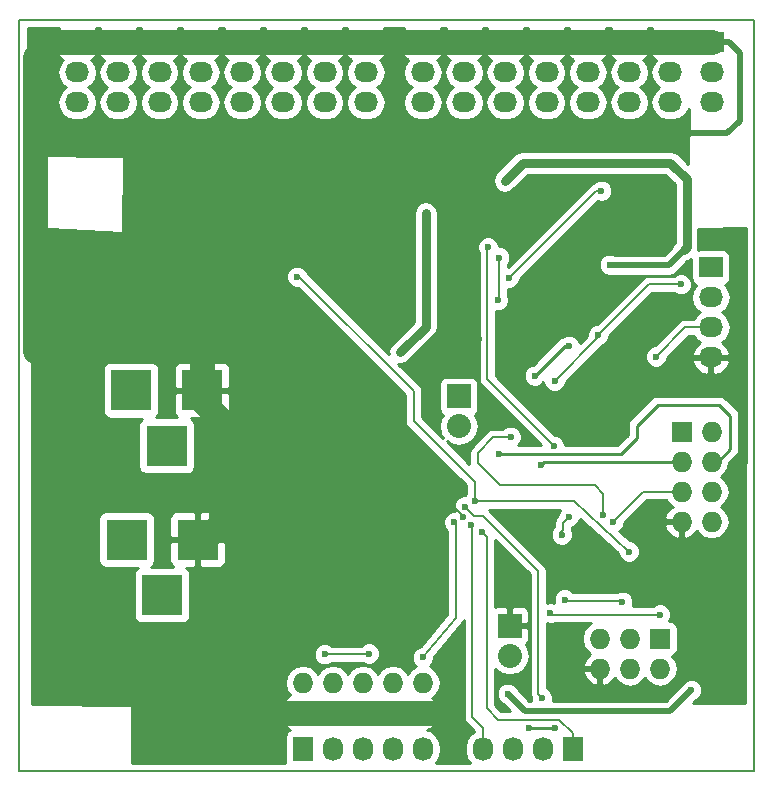
<source format=gbl>
G04 #@! TF.FileFunction,Copper,L2,Bot,Signal*
%FSLAX46Y46*%
G04 Gerber Fmt 4.6, Leading zero omitted, Abs format (unit mm)*
G04 Created by KiCad (PCBNEW 4.0.1-stable) date 6/25/2016 6:01:51 PM*
%MOMM*%
G01*
G04 APERTURE LIST*
%ADD10C,0.100000*%
%ADD11C,0.150000*%
%ADD12R,3.500120X3.500120*%
%ADD13R,2.032000X2.032000*%
%ADD14O,2.032000X2.032000*%
%ADD15R,1.727200X2.032000*%
%ADD16O,1.727200X2.032000*%
%ADD17R,1.727200X1.727200*%
%ADD18O,1.727200X1.727200*%
%ADD19R,2.032000X1.727200*%
%ADD20O,2.032000X1.727200*%
%ADD21C,0.600000*%
%ADD22C,0.500000*%
%ADD23C,0.200000*%
%ADD24C,0.250000*%
%ADD25C,2.100000*%
%ADD26C,0.750000*%
%ADD27C,0.254000*%
G04 APERTURE END LIST*
D10*
D11*
X209804000Y-96139000D02*
X211328000Y-96139000D01*
X209804000Y-32512000D02*
X211328000Y-32512000D01*
X149098000Y-96139000D02*
X209804000Y-96139000D01*
X209804000Y-32512000D02*
X149098000Y-32512000D01*
X211328000Y-32512000D02*
X211328000Y-96139000D01*
X149098000Y-96139000D02*
X149098000Y-32512000D01*
D12*
X164569140Y-63881000D03*
X158569660Y-63881000D03*
X161569400Y-68580000D03*
D13*
X190627000Y-83820000D03*
D14*
X190627000Y-86360000D03*
D12*
X164188140Y-76517500D03*
X158188660Y-76517500D03*
X161188400Y-81216500D03*
D13*
X186309000Y-64389000D03*
D14*
X186309000Y-66929000D03*
D15*
X173101000Y-94234000D03*
D16*
X175641000Y-94234000D03*
X178181000Y-94234000D03*
X180721000Y-94234000D03*
X183261000Y-94234000D03*
D15*
X195961000Y-94234000D03*
D16*
X193421000Y-94234000D03*
X190881000Y-94234000D03*
X188341000Y-94234000D03*
D17*
X203327000Y-84899500D03*
D18*
X203327000Y-87439500D03*
X200787000Y-84899500D03*
X200787000Y-87439500D03*
X198247000Y-84899500D03*
X198247000Y-87439500D03*
D19*
X207645000Y-53467000D03*
D20*
X207645000Y-56007000D03*
X207645000Y-58547000D03*
X207645000Y-61087000D03*
D19*
X174942500Y-34417000D03*
D20*
X174942500Y-36957000D03*
X174942500Y-39497000D03*
D19*
X178435000Y-34417000D03*
D20*
X178435000Y-36957000D03*
X178435000Y-39497000D03*
D19*
X171450000Y-34417000D03*
D20*
X171450000Y-36957000D03*
X171450000Y-39497000D03*
D19*
X167957500Y-34417000D03*
D20*
X167957500Y-36957000D03*
X167957500Y-39497000D03*
D19*
X164465000Y-34417000D03*
D20*
X164465000Y-36957000D03*
X164465000Y-39497000D03*
D19*
X160972500Y-34417000D03*
D20*
X160972500Y-36957000D03*
X160972500Y-39497000D03*
D19*
X157480000Y-34417000D03*
D20*
X157480000Y-36957000D03*
X157480000Y-39497000D03*
D19*
X153987500Y-34417000D03*
D20*
X153987500Y-36957000D03*
X153987500Y-39497000D03*
D19*
X207708500Y-34417000D03*
D20*
X207708500Y-36957000D03*
X207708500Y-39497000D03*
D19*
X204216000Y-34417000D03*
D20*
X204216000Y-36957000D03*
X204216000Y-39497000D03*
D19*
X200723500Y-34417000D03*
D20*
X200723500Y-36957000D03*
X200723500Y-39497000D03*
D19*
X197231000Y-34417000D03*
D20*
X197231000Y-36957000D03*
X197231000Y-39497000D03*
D19*
X193738500Y-34417000D03*
D20*
X193738500Y-36957000D03*
X193738500Y-39497000D03*
D19*
X190246000Y-34417000D03*
D20*
X190246000Y-36957000D03*
X190246000Y-39497000D03*
D19*
X186753500Y-34417000D03*
D20*
X186753500Y-36957000D03*
X186753500Y-39497000D03*
D19*
X183261000Y-34417000D03*
D20*
X183261000Y-36957000D03*
X183261000Y-39497000D03*
D17*
X173101000Y-91186000D03*
D18*
X173101000Y-88646000D03*
X175641000Y-91186000D03*
X175641000Y-88646000D03*
X178181000Y-91186000D03*
X178181000Y-88646000D03*
X180721000Y-91186000D03*
X180721000Y-88646000D03*
X183261000Y-91186000D03*
X183261000Y-88646000D03*
D17*
X205168500Y-67373500D03*
D18*
X207708500Y-67373500D03*
X205168500Y-69913500D03*
X207708500Y-69913500D03*
X205168500Y-72453500D03*
X207708500Y-72453500D03*
X205168500Y-74993500D03*
X207708500Y-74993500D03*
D21*
X205994000Y-89255600D03*
X190449200Y-89560400D03*
X194411600Y-63093600D03*
X205130400Y-54914800D03*
X198120000Y-59182000D03*
X194056000Y-81330800D03*
X191617600Y-80060800D03*
X194411600Y-92506800D03*
X192278000Y-92506800D03*
X205943200Y-63296800D03*
X203657200Y-62738000D03*
X185521600Y-86461600D03*
X183692800Y-71272400D03*
X186690000Y-74625200D03*
X188010800Y-59537600D03*
X186131200Y-61112400D03*
X165506400Y-57099200D03*
X162915600Y-48355500D03*
X203149200Y-42672000D03*
X181000400Y-39166800D03*
X181927500Y-72136000D03*
X181038500Y-74485500D03*
X195630800Y-60096400D03*
X192735200Y-62636400D03*
X199085200Y-53238400D03*
X190195200Y-46126400D03*
X205333600Y-52019200D03*
X181356000Y-60642500D03*
X183515000Y-48895000D03*
X195021200Y-76098400D03*
X195630800Y-74574400D03*
X198526400Y-74472800D03*
X190703200Y-67818000D03*
X172618400Y-54254400D03*
X187642500Y-73279000D03*
X200723500Y-77533500D03*
X185928000Y-75057000D03*
X183261000Y-86487000D03*
X174942500Y-86233000D03*
X178689000Y-86169500D03*
X187325000Y-75247500D03*
X188277500Y-75882500D03*
X203327000Y-82867500D03*
X194056000Y-82740500D03*
X195262500Y-81597500D03*
X200152000Y-81788000D03*
X199390000Y-74993500D03*
X193230500Y-70231000D03*
X189738000Y-69278500D03*
X194373500Y-68580000D03*
X188785500Y-51752500D03*
X189738000Y-52641500D03*
X189611000Y-56261000D03*
X203009500Y-61023500D03*
X186817000Y-73723500D03*
X193357500Y-89916000D03*
X198374000Y-46990000D03*
X190563500Y-54356000D03*
D22*
X204216000Y-91033600D02*
X205994000Y-89255600D01*
X191922400Y-91033600D02*
X204216000Y-91033600D01*
X190449200Y-89560400D02*
X191922400Y-91033600D01*
D23*
X198120000Y-59385200D02*
X198120000Y-59182000D01*
X194411600Y-63093600D02*
X198120000Y-59385200D01*
X202387200Y-54914800D02*
X205130400Y-54914800D01*
X198120000Y-59182000D02*
X202387200Y-54914800D01*
D24*
X191414400Y-80010000D02*
X191566800Y-80010000D01*
X191566800Y-80010000D02*
X191617600Y-80060800D01*
X192278000Y-92506800D02*
X194411600Y-92506800D01*
X204216000Y-63296800D02*
X205943200Y-63296800D01*
X203657200Y-62738000D02*
X204216000Y-63296800D01*
D25*
X183261000Y-91186000D02*
X185267600Y-91186000D01*
X185267600Y-91186000D02*
X185318400Y-91135200D01*
X180721000Y-91186000D02*
X183261000Y-91186000D01*
X173101000Y-91186000D02*
X175641000Y-91186000D01*
X175641000Y-91186000D02*
X178181000Y-91186000D01*
X178181000Y-91186000D02*
X180721000Y-91186000D01*
X173101000Y-91186000D02*
X169418000Y-91186000D01*
X169418000Y-91186000D02*
X169265600Y-91033600D01*
D23*
X185267600Y-72847200D02*
X183692800Y-71272400D01*
X185267600Y-73152000D02*
X185267600Y-72847200D01*
X186588400Y-74472800D02*
X185267600Y-73152000D01*
X186588400Y-74726800D02*
X186588400Y-74472800D01*
X186690000Y-74625200D02*
X186588400Y-74726800D01*
D22*
X162915600Y-48355500D02*
X162915600Y-48361600D01*
X209169000Y-34417000D02*
X207708500Y-34417000D01*
X210108800Y-35356800D02*
X209169000Y-34417000D01*
X210108800Y-41046400D02*
X210108800Y-35356800D01*
X209042000Y-42113200D02*
X210108800Y-41046400D01*
X203708000Y-42113200D02*
X209042000Y-42113200D01*
X203149200Y-42672000D02*
X203708000Y-42113200D01*
X180898800Y-39065200D02*
X180898800Y-34417000D01*
X181000400Y-39166800D02*
X180898800Y-39065200D01*
D25*
X164569140Y-63881000D02*
X164569140Y-64747140D01*
X164569140Y-64747140D02*
X166179500Y-66357500D01*
X166179500Y-66357500D02*
X166179500Y-75097640D01*
X166179500Y-75097640D02*
X164696140Y-76581000D01*
X153987500Y-34417000D02*
X151638000Y-34417000D01*
X164569140Y-60873640D02*
X164569140Y-63881000D01*
X163830000Y-60134500D02*
X164569140Y-60873640D01*
X150812500Y-60134500D02*
X163830000Y-60134500D01*
X150431500Y-60515500D02*
X150812500Y-60134500D01*
X150431500Y-35623500D02*
X150431500Y-60515500D01*
X151638000Y-34417000D02*
X150431500Y-35623500D01*
X153987500Y-34417000D02*
X157480000Y-34417000D01*
X157480000Y-34417000D02*
X160972500Y-34417000D01*
X160972500Y-34417000D02*
X164465000Y-34417000D01*
X164465000Y-34417000D02*
X167957500Y-34417000D01*
X167957500Y-34417000D02*
X171450000Y-34417000D01*
X171450000Y-34417000D02*
X174942500Y-34417000D01*
X174942500Y-34417000D02*
X178435000Y-34417000D01*
X178435000Y-34417000D02*
X180898800Y-34417000D01*
X180898800Y-34417000D02*
X183261000Y-34417000D01*
X183261000Y-34417000D02*
X186753500Y-34417000D01*
X186753500Y-34417000D02*
X190246000Y-34417000D01*
X190246000Y-34417000D02*
X193738500Y-34417000D01*
X193738500Y-34417000D02*
X197231000Y-34417000D01*
X197231000Y-34417000D02*
X200723500Y-34417000D01*
X200723500Y-34417000D02*
X204216000Y-34417000D01*
X204216000Y-34417000D02*
X207708500Y-34417000D01*
D24*
X195275200Y-60096400D02*
X195630800Y-60096400D01*
X192735200Y-62636400D02*
X195275200Y-60096400D01*
D22*
X199085200Y-53238400D02*
X199136000Y-53289200D01*
X199136000Y-53289200D02*
X204063600Y-53289200D01*
X204063600Y-53289200D02*
X205333600Y-52019200D01*
D26*
X191719200Y-44602400D02*
X190195200Y-46126400D01*
X204216000Y-44602400D02*
X191719200Y-44602400D01*
X205587600Y-45974000D02*
X204216000Y-44602400D01*
X205587600Y-51765200D02*
X205587600Y-45974000D01*
X205333600Y-52019200D02*
X205587600Y-51765200D01*
X181356000Y-60642500D02*
X183515000Y-58483500D01*
X183515000Y-58483500D02*
X183515000Y-48895000D01*
D23*
X194919600Y-75996800D02*
X195021200Y-76098400D01*
X194919600Y-75895200D02*
X194919600Y-75996800D01*
X195122800Y-75692000D02*
X194919600Y-75895200D01*
X195122800Y-75082400D02*
X195122800Y-75692000D01*
X195630800Y-74574400D02*
X195122800Y-75082400D01*
X198526400Y-72644000D02*
X198526400Y-74472800D01*
X197815200Y-71932800D02*
X198526400Y-72644000D01*
X189788800Y-71932800D02*
X197815200Y-71932800D01*
X187909200Y-70053200D02*
X189788800Y-71932800D01*
X187909200Y-69189600D02*
X187909200Y-70053200D01*
X189230000Y-67868800D02*
X187909200Y-69189600D01*
X190652400Y-67868800D02*
X189230000Y-67868800D01*
X190703200Y-67818000D02*
X190652400Y-67868800D01*
X187642500Y-73279000D02*
X187642500Y-71615300D01*
X172770800Y-54254400D02*
X172618400Y-54254400D01*
X182473600Y-63957200D02*
X172770800Y-54254400D01*
X182473600Y-66446400D02*
X182473600Y-63957200D01*
X187642500Y-71615300D02*
X182473600Y-66446400D01*
X188277500Y-73279000D02*
X187642500Y-73279000D01*
X196024500Y-73279000D02*
X188277500Y-73279000D01*
X200723500Y-77533500D02*
X196024500Y-73279000D01*
D11*
X186055000Y-75184000D02*
X185928000Y-75057000D01*
X186055000Y-83121500D02*
X186055000Y-75184000D01*
X183261000Y-86487000D02*
X186055000Y-83121500D01*
X174942500Y-86233000D02*
X178562000Y-86233000D01*
X178562000Y-86233000D02*
X178625500Y-86169500D01*
X178625500Y-86169500D02*
X178689000Y-86169500D01*
D23*
X188341000Y-94234000D02*
X188341000Y-92456000D01*
X187452000Y-75374500D02*
X187325000Y-75247500D01*
X187452000Y-91567000D02*
X187452000Y-75374500D01*
X188341000Y-92456000D02*
X187452000Y-91567000D01*
D11*
X195961000Y-92900500D02*
X195961000Y-94234000D01*
X194818000Y-91757500D02*
X195961000Y-92900500D01*
X189611000Y-91757500D02*
X194818000Y-91757500D01*
X188658500Y-90805000D02*
X189611000Y-91757500D01*
X188658500Y-76263500D02*
X188658500Y-90805000D01*
X188277500Y-75882500D02*
X188658500Y-76263500D01*
D23*
X194183000Y-82867500D02*
X203327000Y-82867500D01*
X194056000Y-82740500D02*
X194183000Y-82867500D01*
X195389500Y-81724500D02*
X195262500Y-81597500D01*
X200088500Y-81724500D02*
X195389500Y-81724500D01*
X200152000Y-81788000D02*
X200088500Y-81724500D01*
X201930000Y-72453500D02*
X205168500Y-72453500D01*
X199390000Y-74993500D02*
X201930000Y-72453500D01*
D24*
X193230500Y-70231000D02*
X193548000Y-69913500D01*
X193548000Y-69913500D02*
X205168500Y-69913500D01*
X207708500Y-69913500D02*
X208216500Y-69913500D01*
X208216500Y-69913500D02*
X209296000Y-68834000D01*
X209296000Y-68834000D02*
X209296000Y-66040000D01*
X209296000Y-66040000D02*
X208343500Y-65087500D01*
X208343500Y-65087500D02*
X203136500Y-65087500D01*
X203136500Y-65087500D02*
X201358500Y-66865500D01*
X201358500Y-66865500D02*
X201358500Y-67945000D01*
X201358500Y-67945000D02*
X200025000Y-69278500D01*
X200025000Y-69278500D02*
X189738000Y-69278500D01*
D23*
X188722000Y-51816000D02*
X188785500Y-51752500D01*
X188722000Y-62928500D02*
X188722000Y-51816000D01*
X188722000Y-62928500D02*
X194373500Y-68580000D01*
X189738000Y-56134000D02*
X189738000Y-52641500D01*
X189611000Y-56261000D02*
X189738000Y-56134000D01*
X207645000Y-58547000D02*
X205486000Y-58547000D01*
X205486000Y-58547000D02*
X203009500Y-61023500D01*
D11*
X187579000Y-74485500D02*
X186817000Y-73723500D01*
X188341000Y-74485500D02*
X187579000Y-74485500D01*
X193040000Y-79184500D02*
X188341000Y-74485500D01*
X193040000Y-89598500D02*
X193040000Y-79184500D01*
X193357500Y-89916000D02*
X193040000Y-89598500D01*
D25*
X158188660Y-76517500D02*
X158188660Y-75999340D01*
D11*
X197929500Y-46990000D02*
X198374000Y-46990000D01*
X190563500Y-54356000D02*
X197929500Y-46990000D01*
D27*
G36*
X152336500Y-33427090D02*
X152336500Y-34131250D01*
X152495250Y-34290000D01*
X153860500Y-34290000D01*
X153860500Y-34270000D01*
X154114500Y-34270000D01*
X154114500Y-34290000D01*
X155479750Y-34290000D01*
X155638500Y-34131250D01*
X155638500Y-33427090D01*
X155553549Y-33222000D01*
X155913951Y-33222000D01*
X155829000Y-33427090D01*
X155829000Y-34131250D01*
X155987750Y-34290000D01*
X157353000Y-34290000D01*
X157353000Y-34270000D01*
X157607000Y-34270000D01*
X157607000Y-34290000D01*
X158972250Y-34290000D01*
X159131000Y-34131250D01*
X159131000Y-33427090D01*
X159046049Y-33222000D01*
X159406451Y-33222000D01*
X159321500Y-33427090D01*
X159321500Y-34131250D01*
X159480250Y-34290000D01*
X160845500Y-34290000D01*
X160845500Y-34270000D01*
X161099500Y-34270000D01*
X161099500Y-34290000D01*
X162464750Y-34290000D01*
X162623500Y-34131250D01*
X162623500Y-33427090D01*
X162538549Y-33222000D01*
X162898951Y-33222000D01*
X162814000Y-33427090D01*
X162814000Y-34131250D01*
X162972750Y-34290000D01*
X164338000Y-34290000D01*
X164338000Y-34270000D01*
X164592000Y-34270000D01*
X164592000Y-34290000D01*
X165957250Y-34290000D01*
X166116000Y-34131250D01*
X166116000Y-33427090D01*
X166031049Y-33222000D01*
X166391451Y-33222000D01*
X166306500Y-33427090D01*
X166306500Y-34131250D01*
X166465250Y-34290000D01*
X167830500Y-34290000D01*
X167830500Y-34270000D01*
X168084500Y-34270000D01*
X168084500Y-34290000D01*
X169449750Y-34290000D01*
X169608500Y-34131250D01*
X169608500Y-33427090D01*
X169523549Y-33222000D01*
X169883951Y-33222000D01*
X169799000Y-33427090D01*
X169799000Y-34131250D01*
X169957750Y-34290000D01*
X171323000Y-34290000D01*
X171323000Y-34270000D01*
X171577000Y-34270000D01*
X171577000Y-34290000D01*
X172942250Y-34290000D01*
X173101000Y-34131250D01*
X173101000Y-33427090D01*
X173016049Y-33222000D01*
X173376451Y-33222000D01*
X173291500Y-33427090D01*
X173291500Y-34131250D01*
X173450250Y-34290000D01*
X174815500Y-34290000D01*
X174815500Y-34270000D01*
X175069500Y-34270000D01*
X175069500Y-34290000D01*
X176434750Y-34290000D01*
X176593500Y-34131250D01*
X176593500Y-33427090D01*
X176508549Y-33222000D01*
X176868951Y-33222000D01*
X176784000Y-33427090D01*
X176784000Y-34131250D01*
X176942750Y-34290000D01*
X178308000Y-34290000D01*
X178308000Y-34270000D01*
X178562000Y-34270000D01*
X178562000Y-34290000D01*
X179927250Y-34290000D01*
X180086000Y-34131250D01*
X180086000Y-33427090D01*
X180001049Y-33222000D01*
X181694951Y-33222000D01*
X181610000Y-33427090D01*
X181610000Y-34131250D01*
X181768750Y-34290000D01*
X183134000Y-34290000D01*
X183134000Y-34270000D01*
X183388000Y-34270000D01*
X183388000Y-34290000D01*
X184753250Y-34290000D01*
X184912000Y-34131250D01*
X184912000Y-33427090D01*
X184827049Y-33222000D01*
X185187451Y-33222000D01*
X185102500Y-33427090D01*
X185102500Y-34131250D01*
X185261250Y-34290000D01*
X186626500Y-34290000D01*
X186626500Y-34270000D01*
X186880500Y-34270000D01*
X186880500Y-34290000D01*
X188245750Y-34290000D01*
X188404500Y-34131250D01*
X188404500Y-33427090D01*
X188319549Y-33222000D01*
X188679951Y-33222000D01*
X188595000Y-33427090D01*
X188595000Y-34131250D01*
X188753750Y-34290000D01*
X190119000Y-34290000D01*
X190119000Y-34270000D01*
X190373000Y-34270000D01*
X190373000Y-34290000D01*
X191738250Y-34290000D01*
X191897000Y-34131250D01*
X191897000Y-33427090D01*
X191812049Y-33222000D01*
X192172451Y-33222000D01*
X192087500Y-33427090D01*
X192087500Y-34131250D01*
X192246250Y-34290000D01*
X193611500Y-34290000D01*
X193611500Y-34270000D01*
X193865500Y-34270000D01*
X193865500Y-34290000D01*
X195230750Y-34290000D01*
X195389500Y-34131250D01*
X195389500Y-33427090D01*
X195304549Y-33222000D01*
X195664951Y-33222000D01*
X195580000Y-33427090D01*
X195580000Y-34131250D01*
X195738750Y-34290000D01*
X197104000Y-34290000D01*
X197104000Y-34270000D01*
X197358000Y-34270000D01*
X197358000Y-34290000D01*
X198723250Y-34290000D01*
X198882000Y-34131250D01*
X198882000Y-33427090D01*
X198797049Y-33222000D01*
X199157451Y-33222000D01*
X199072500Y-33427090D01*
X199072500Y-34131250D01*
X199231250Y-34290000D01*
X200596500Y-34290000D01*
X200596500Y-34270000D01*
X200850500Y-34270000D01*
X200850500Y-34290000D01*
X202215750Y-34290000D01*
X202374500Y-34131250D01*
X202374500Y-33427090D01*
X202289549Y-33222000D01*
X202649951Y-33222000D01*
X202565000Y-33427090D01*
X202565000Y-34131250D01*
X202723750Y-34290000D01*
X204089000Y-34290000D01*
X204089000Y-34270000D01*
X204343000Y-34270000D01*
X204343000Y-34290000D01*
X204363000Y-34290000D01*
X204363000Y-34544000D01*
X204343000Y-34544000D01*
X204343000Y-34564000D01*
X204089000Y-34564000D01*
X204089000Y-34544000D01*
X202723750Y-34544000D01*
X202565000Y-34702750D01*
X202565000Y-35406910D01*
X202661673Y-35640299D01*
X202840302Y-35818927D01*
X202993780Y-35882500D01*
X202971585Y-35897330D01*
X202646729Y-36383511D01*
X202532655Y-36957000D01*
X202646729Y-37530489D01*
X202971585Y-38016670D01*
X203286366Y-38227000D01*
X202971585Y-38437330D01*
X202646729Y-38923511D01*
X202532655Y-39497000D01*
X202646729Y-40070489D01*
X202971585Y-40556670D01*
X203457766Y-40881526D01*
X204031255Y-40995600D01*
X204400745Y-40995600D01*
X204974234Y-40881526D01*
X205460415Y-40556670D01*
X205772905Y-40088996D01*
X205745996Y-44704040D01*
X204930178Y-43888222D01*
X204602510Y-43669282D01*
X204216000Y-43592400D01*
X191719200Y-43592400D01*
X191332689Y-43669282D01*
X191005022Y-43888222D01*
X189481022Y-45412222D01*
X189262082Y-45739890D01*
X189185200Y-46126400D01*
X189262082Y-46512910D01*
X189481022Y-46840578D01*
X189808690Y-47059518D01*
X190195200Y-47136400D01*
X190581710Y-47059518D01*
X190909378Y-46840578D01*
X192137556Y-45612400D01*
X203797644Y-45612400D01*
X204577600Y-46392356D01*
X204577600Y-51367613D01*
X204400482Y-51632690D01*
X204383585Y-51717636D01*
X203697020Y-52404200D01*
X199514361Y-52404200D01*
X199271999Y-52303562D01*
X198900033Y-52303238D01*
X198556257Y-52445283D01*
X198293008Y-52708073D01*
X198150362Y-53051601D01*
X198150038Y-53423567D01*
X198292083Y-53767343D01*
X198554873Y-54030592D01*
X198898401Y-54173238D01*
X199132183Y-54173442D01*
X199136000Y-54174201D01*
X199136005Y-54174200D01*
X204063595Y-54174200D01*
X204063600Y-54174201D01*
X204346084Y-54118010D01*
X204402275Y-54106833D01*
X204689390Y-53914990D01*
X204689391Y-53914989D01*
X205635164Y-52969215D01*
X205720110Y-52952318D01*
X205981560Y-52777623D01*
X205981560Y-54330600D01*
X206025838Y-54565917D01*
X206164910Y-54782041D01*
X206377110Y-54927031D01*
X206418439Y-54935400D01*
X206400585Y-54947330D01*
X206075729Y-55433511D01*
X205961655Y-56007000D01*
X206075729Y-56580489D01*
X206400585Y-57066670D01*
X206715366Y-57277000D01*
X206400585Y-57487330D01*
X206183647Y-57812000D01*
X205486000Y-57812000D01*
X205204728Y-57867949D01*
X204966277Y-58027276D01*
X202905145Y-60088408D01*
X202824333Y-60088338D01*
X202480557Y-60230383D01*
X202217308Y-60493173D01*
X202074662Y-60836701D01*
X202074338Y-61208667D01*
X202216383Y-61552443D01*
X202479173Y-61815692D01*
X202822701Y-61958338D01*
X203194667Y-61958662D01*
X203538443Y-61816617D01*
X203801692Y-61553827D01*
X203846455Y-61446026D01*
X206037642Y-61446026D01*
X206040291Y-61461791D01*
X206294268Y-61989036D01*
X206730680Y-62378954D01*
X207283087Y-62572184D01*
X207518000Y-62427924D01*
X207518000Y-61214000D01*
X207772000Y-61214000D01*
X207772000Y-62427924D01*
X208006913Y-62572184D01*
X208559320Y-62378954D01*
X208995732Y-61989036D01*
X209249709Y-61461791D01*
X209252358Y-61446026D01*
X209131217Y-61214000D01*
X207772000Y-61214000D01*
X207518000Y-61214000D01*
X206158783Y-61214000D01*
X206037642Y-61446026D01*
X203846455Y-61446026D01*
X203944338Y-61210299D01*
X203944410Y-61128037D01*
X205790447Y-59282000D01*
X206183647Y-59282000D01*
X206400585Y-59606670D01*
X206710069Y-59813461D01*
X206294268Y-60184964D01*
X206040291Y-60712209D01*
X206037642Y-60727974D01*
X206158783Y-60960000D01*
X207518000Y-60960000D01*
X207518000Y-60940000D01*
X207772000Y-60940000D01*
X207772000Y-60960000D01*
X209131217Y-60960000D01*
X209252358Y-60727974D01*
X209249709Y-60712209D01*
X208995732Y-60184964D01*
X208579931Y-59813461D01*
X208889415Y-59606670D01*
X209214271Y-59120489D01*
X209328345Y-58547000D01*
X209214271Y-57973511D01*
X208889415Y-57487330D01*
X208574634Y-57277000D01*
X208889415Y-57066670D01*
X209214271Y-56580489D01*
X209328345Y-56007000D01*
X209214271Y-55433511D01*
X208889415Y-54947330D01*
X208875087Y-54937757D01*
X208896317Y-54933762D01*
X209112441Y-54794690D01*
X209257431Y-54582490D01*
X209308440Y-54330600D01*
X209308440Y-52603400D01*
X209264162Y-52368083D01*
X209125090Y-52151959D01*
X208912890Y-52006969D01*
X208661000Y-51955960D01*
X206629000Y-51955960D01*
X206556959Y-51969515D01*
X206597600Y-51765200D01*
X206597600Y-50211309D01*
X210591239Y-50166437D01*
X210540759Y-90398600D01*
X206102579Y-90398600D01*
X206402834Y-90098345D01*
X206522943Y-90048717D01*
X206786192Y-89785927D01*
X206928838Y-89442399D01*
X206929162Y-89070433D01*
X206787117Y-88726657D01*
X206524327Y-88463408D01*
X206180799Y-88320762D01*
X205808833Y-88320438D01*
X205465057Y-88462483D01*
X205201808Y-88725273D01*
X205151434Y-88846587D01*
X203849420Y-90148600D01*
X194273320Y-90148600D01*
X194292338Y-90102799D01*
X194292662Y-89730833D01*
X194150617Y-89387057D01*
X193887827Y-89123808D01*
X193750000Y-89066577D01*
X193750000Y-87798527D01*
X196792032Y-87798527D01*
X197040179Y-88327990D01*
X197472053Y-88722188D01*
X197887974Y-88894458D01*
X198120000Y-88773317D01*
X198120000Y-87566500D01*
X196912531Y-87566500D01*
X196792032Y-87798527D01*
X193750000Y-87798527D01*
X193750000Y-83625841D01*
X193869201Y-83675338D01*
X194241167Y-83675662D01*
X194418233Y-83602500D01*
X197498580Y-83602500D01*
X197187330Y-83810471D01*
X196862474Y-84296652D01*
X196748400Y-84870141D01*
X196748400Y-84928859D01*
X196862474Y-85502348D01*
X197187330Y-85988529D01*
X197458161Y-86169492D01*
X197040179Y-86551010D01*
X196792032Y-87080473D01*
X196912531Y-87312500D01*
X198120000Y-87312500D01*
X198120000Y-87292500D01*
X198374000Y-87292500D01*
X198374000Y-87312500D01*
X198394000Y-87312500D01*
X198394000Y-87566500D01*
X198374000Y-87566500D01*
X198374000Y-88773317D01*
X198606026Y-88894458D01*
X199021947Y-88722188D01*
X199453821Y-88327990D01*
X199511336Y-88205272D01*
X199727330Y-88528529D01*
X200213511Y-88853385D01*
X200787000Y-88967459D01*
X201360489Y-88853385D01*
X201846670Y-88528529D01*
X202057000Y-88213748D01*
X202267330Y-88528529D01*
X202753511Y-88853385D01*
X203327000Y-88967459D01*
X203900489Y-88853385D01*
X204386670Y-88528529D01*
X204711526Y-88042348D01*
X204825600Y-87468859D01*
X204825600Y-87410141D01*
X204711526Y-86836652D01*
X204400426Y-86371058D01*
X204425917Y-86366262D01*
X204642041Y-86227190D01*
X204787031Y-86014990D01*
X204838040Y-85763100D01*
X204838040Y-84035900D01*
X204793762Y-83800583D01*
X204654690Y-83584459D01*
X204442490Y-83439469D01*
X204190600Y-83388460D01*
X204123082Y-83388460D01*
X204261838Y-83054299D01*
X204262162Y-82682333D01*
X204120117Y-82338557D01*
X203857327Y-82075308D01*
X203513799Y-81932662D01*
X203141833Y-81932338D01*
X202798057Y-82074383D01*
X202739838Y-82132500D01*
X201021354Y-82132500D01*
X201086838Y-81974799D01*
X201087162Y-81602833D01*
X200945117Y-81259057D01*
X200682327Y-80995808D01*
X200338799Y-80853162D01*
X199966833Y-80852838D01*
X199636085Y-80989500D01*
X195976698Y-80989500D01*
X195792827Y-80805308D01*
X195449299Y-80662662D01*
X195077333Y-80662338D01*
X194733557Y-80804383D01*
X194470308Y-81067173D01*
X194327662Y-81410701D01*
X194327338Y-81782667D01*
X194356316Y-81852798D01*
X194242799Y-81805662D01*
X193870833Y-81805338D01*
X193750000Y-81855265D01*
X193750000Y-79184505D01*
X193750001Y-79184500D01*
X193695954Y-78912795D01*
X193662868Y-78863278D01*
X193542046Y-78682454D01*
X193542043Y-78682452D01*
X188873592Y-74014000D01*
X194868734Y-74014000D01*
X194838608Y-74044073D01*
X194695962Y-74387601D01*
X194695890Y-74469863D01*
X194603077Y-74562677D01*
X194443749Y-74801128D01*
X194387800Y-75082400D01*
X194387800Y-75393551D01*
X194355681Y-75441621D01*
X194229008Y-75568073D01*
X194086362Y-75911601D01*
X194086038Y-76283567D01*
X194228083Y-76627343D01*
X194490873Y-76890592D01*
X194834401Y-77033238D01*
X195206367Y-77033562D01*
X195550143Y-76891517D01*
X195813392Y-76628727D01*
X195956038Y-76285199D01*
X195956362Y-75913233D01*
X195857800Y-75674694D01*
X195857800Y-75492277D01*
X196159743Y-75367517D01*
X196422992Y-75104727D01*
X196565638Y-74761199D01*
X196565639Y-74760453D01*
X199788373Y-77678334D01*
X199788338Y-77718667D01*
X199930383Y-78062443D01*
X200193173Y-78325692D01*
X200536701Y-78468338D01*
X200908667Y-78468662D01*
X201252443Y-78326617D01*
X201515692Y-78063827D01*
X201658338Y-77720299D01*
X201658662Y-77348333D01*
X201516617Y-77004557D01*
X201253827Y-76741308D01*
X200910299Y-76598662D01*
X200785966Y-76598554D01*
X199898520Y-75795056D01*
X199918943Y-75786617D01*
X200182192Y-75523827D01*
X200253322Y-75352526D01*
X203713542Y-75352526D01*
X203885812Y-75768447D01*
X204280010Y-76200321D01*
X204809473Y-76448468D01*
X205041500Y-76327969D01*
X205041500Y-75120500D01*
X203834683Y-75120500D01*
X203713542Y-75352526D01*
X200253322Y-75352526D01*
X200324838Y-75180299D01*
X200324910Y-75098037D01*
X202234447Y-73188500D01*
X203862533Y-73188500D01*
X204079471Y-73513170D01*
X204402728Y-73729164D01*
X204280010Y-73786679D01*
X203885812Y-74218553D01*
X203713542Y-74634474D01*
X203834683Y-74866500D01*
X205041500Y-74866500D01*
X205041500Y-74846500D01*
X205295500Y-74846500D01*
X205295500Y-74866500D01*
X205315500Y-74866500D01*
X205315500Y-75120500D01*
X205295500Y-75120500D01*
X205295500Y-76327969D01*
X205527527Y-76448468D01*
X206056990Y-76200321D01*
X206438508Y-75782339D01*
X206619471Y-76053170D01*
X207105652Y-76378026D01*
X207679141Y-76492100D01*
X207737859Y-76492100D01*
X208311348Y-76378026D01*
X208797529Y-76053170D01*
X209122385Y-75566989D01*
X209236459Y-74993500D01*
X209122385Y-74420011D01*
X208797529Y-73933830D01*
X208482748Y-73723500D01*
X208797529Y-73513170D01*
X209122385Y-73026989D01*
X209236459Y-72453500D01*
X209122385Y-71880011D01*
X208797529Y-71393830D01*
X208482748Y-71183500D01*
X208797529Y-70973170D01*
X209122385Y-70486989D01*
X209222841Y-69981961D01*
X209833401Y-69371401D01*
X209998148Y-69124839D01*
X210056000Y-68834000D01*
X210056000Y-66040000D01*
X209998148Y-65749161D01*
X209998148Y-65749160D01*
X209833401Y-65502599D01*
X208880901Y-64550099D01*
X208634339Y-64385352D01*
X208343500Y-64327500D01*
X203136500Y-64327500D01*
X202845661Y-64385352D01*
X202599099Y-64550099D01*
X200821099Y-66328099D01*
X200656352Y-66574661D01*
X200598500Y-66865500D01*
X200598500Y-67630198D01*
X199710198Y-68518500D01*
X195308554Y-68518500D01*
X195308662Y-68394833D01*
X195166617Y-68051057D01*
X194903827Y-67787808D01*
X194560299Y-67645162D01*
X194478037Y-67645090D01*
X189654514Y-62821567D01*
X191800038Y-62821567D01*
X191942083Y-63165343D01*
X192204873Y-63428592D01*
X192548401Y-63571238D01*
X192920367Y-63571562D01*
X193264143Y-63429517D01*
X193476491Y-63217539D01*
X193476438Y-63278767D01*
X193618483Y-63622543D01*
X193881273Y-63885792D01*
X194224801Y-64028438D01*
X194596767Y-64028762D01*
X194940543Y-63886717D01*
X195203792Y-63623927D01*
X195346438Y-63280399D01*
X195346510Y-63198136D01*
X198513613Y-60031034D01*
X198648943Y-59975117D01*
X198912192Y-59712327D01*
X199054838Y-59368799D01*
X199054910Y-59286536D01*
X202691647Y-55649800D01*
X204542981Y-55649800D01*
X204600073Y-55706992D01*
X204943601Y-55849638D01*
X205315567Y-55849962D01*
X205659343Y-55707917D01*
X205922592Y-55445127D01*
X206065238Y-55101599D01*
X206065562Y-54729633D01*
X205923517Y-54385857D01*
X205660727Y-54122608D01*
X205317199Y-53979962D01*
X204945233Y-53979638D01*
X204601457Y-54121683D01*
X204543238Y-54179800D01*
X202387200Y-54179800D01*
X202105928Y-54235749D01*
X201867476Y-54395077D01*
X198015646Y-58246908D01*
X197934833Y-58246838D01*
X197591057Y-58388883D01*
X197327808Y-58651673D01*
X197185162Y-58995201D01*
X197184913Y-59280840D01*
X196562617Y-59903137D01*
X196423917Y-59567457D01*
X196161127Y-59304208D01*
X195817599Y-59161562D01*
X195445633Y-59161238D01*
X195101857Y-59303283D01*
X195017291Y-59387702D01*
X194984360Y-59394252D01*
X194737799Y-59558999D01*
X192595520Y-61701278D01*
X192550033Y-61701238D01*
X192206257Y-61843283D01*
X191943008Y-62106073D01*
X191800362Y-62449601D01*
X191800038Y-62821567D01*
X189654514Y-62821567D01*
X189457000Y-62624054D01*
X189457000Y-57195867D01*
X189796167Y-57196162D01*
X190139943Y-57054117D01*
X190403192Y-56791327D01*
X190545838Y-56447799D01*
X190546162Y-56075833D01*
X190473000Y-55898767D01*
X190473000Y-55290922D01*
X190748667Y-55291162D01*
X191092443Y-55149117D01*
X191355692Y-54886327D01*
X191498338Y-54542799D01*
X191498440Y-54425152D01*
X198054045Y-47869547D01*
X198187201Y-47924838D01*
X198559167Y-47925162D01*
X198902943Y-47783117D01*
X199166192Y-47520327D01*
X199308838Y-47176799D01*
X199309162Y-46804833D01*
X199167117Y-46461057D01*
X198904327Y-46197808D01*
X198560799Y-46055162D01*
X198188833Y-46054838D01*
X197845057Y-46196883D01*
X197720062Y-46321660D01*
X197657795Y-46334046D01*
X197427454Y-46487954D01*
X190494469Y-53420939D01*
X190473000Y-53420920D01*
X190473000Y-53228919D01*
X190530192Y-53171827D01*
X190672838Y-52828299D01*
X190673162Y-52456333D01*
X190531117Y-52112557D01*
X190268327Y-51849308D01*
X189924799Y-51706662D01*
X189720541Y-51706484D01*
X189720662Y-51567333D01*
X189578617Y-51223557D01*
X189315827Y-50960308D01*
X188972299Y-50817662D01*
X188600333Y-50817338D01*
X188256557Y-50959383D01*
X187993308Y-51222173D01*
X187850662Y-51565701D01*
X187850338Y-51937667D01*
X187987000Y-52268415D01*
X187987000Y-62928500D01*
X188034387Y-63166727D01*
X188042949Y-63209772D01*
X188202277Y-63448223D01*
X193272553Y-68518500D01*
X191324922Y-68518500D01*
X191495392Y-68348327D01*
X191638038Y-68004799D01*
X191638362Y-67632833D01*
X191496317Y-67289057D01*
X191233527Y-67025808D01*
X190889999Y-66883162D01*
X190518033Y-66882838D01*
X190174257Y-67024883D01*
X190065150Y-67133800D01*
X189230000Y-67133800D01*
X188972603Y-67185000D01*
X188948728Y-67189749D01*
X188710276Y-67349077D01*
X187389477Y-68669877D01*
X187230149Y-68908328D01*
X187174200Y-69189600D01*
X187174200Y-70053200D01*
X187187696Y-70121049D01*
X185271531Y-68204884D01*
X185644845Y-68454325D01*
X186276655Y-68580000D01*
X186341345Y-68580000D01*
X186973155Y-68454325D01*
X187508778Y-68096433D01*
X187866670Y-67560810D01*
X187992345Y-66929000D01*
X187866670Y-66297190D01*
X187639501Y-65957208D01*
X187776441Y-65869090D01*
X187921431Y-65656890D01*
X187972440Y-65405000D01*
X187972440Y-63373000D01*
X187928162Y-63137683D01*
X187789090Y-62921559D01*
X187576890Y-62776569D01*
X187325000Y-62725560D01*
X185293000Y-62725560D01*
X185057683Y-62769838D01*
X184841559Y-62908910D01*
X184696569Y-63121110D01*
X184645560Y-63373000D01*
X184645560Y-65405000D01*
X184689838Y-65640317D01*
X184828910Y-65856441D01*
X184977837Y-65958198D01*
X184751330Y-66297190D01*
X184625655Y-66929000D01*
X184751330Y-67560810D01*
X185000771Y-67934124D01*
X183208600Y-66141954D01*
X183208600Y-63957200D01*
X183152651Y-63675928D01*
X183082916Y-63571562D01*
X182993323Y-63437476D01*
X181171684Y-61615837D01*
X181356000Y-61652500D01*
X181742510Y-61575618D01*
X182070178Y-61356678D01*
X184229178Y-59197678D01*
X184448118Y-58870010D01*
X184525000Y-58483500D01*
X184525000Y-48895000D01*
X184448118Y-48508490D01*
X184229178Y-48180822D01*
X183901510Y-47961882D01*
X183515000Y-47885000D01*
X183128490Y-47961882D01*
X182800822Y-48180822D01*
X182581882Y-48508490D01*
X182505000Y-48895000D01*
X182505000Y-58065144D01*
X180641822Y-59928322D01*
X180422882Y-60255990D01*
X180346000Y-60642500D01*
X180382663Y-60826816D01*
X173503205Y-53947359D01*
X173411517Y-53725457D01*
X173148727Y-53462208D01*
X172805199Y-53319562D01*
X172433233Y-53319238D01*
X172089457Y-53461283D01*
X171826208Y-53724073D01*
X171683562Y-54067601D01*
X171683238Y-54439567D01*
X171825283Y-54783343D01*
X172088073Y-55046592D01*
X172431601Y-55189238D01*
X172666396Y-55189443D01*
X181738600Y-64261647D01*
X181738600Y-66446400D01*
X181768084Y-66594623D01*
X181794549Y-66727672D01*
X181953877Y-66966123D01*
X186907500Y-71919747D01*
X186907500Y-72691581D01*
X186850308Y-72748673D01*
X186833765Y-72788514D01*
X186631833Y-72788338D01*
X186288057Y-72930383D01*
X186024808Y-73193173D01*
X185882162Y-73536701D01*
X185881838Y-73908667D01*
X185970000Y-74122036D01*
X185742833Y-74121838D01*
X185399057Y-74263883D01*
X185135808Y-74526673D01*
X184993162Y-74870201D01*
X184992838Y-75242167D01*
X185134883Y-75585943D01*
X185345000Y-75796427D01*
X185345000Y-82865191D01*
X183114548Y-85551872D01*
X183075833Y-85551838D01*
X182732057Y-85693883D01*
X182468808Y-85956673D01*
X182326162Y-86300201D01*
X182325838Y-86672167D01*
X182467883Y-87015943D01*
X182685212Y-87233651D01*
X182201330Y-87556971D01*
X181991000Y-87871752D01*
X181780670Y-87556971D01*
X181294489Y-87232115D01*
X180721000Y-87118041D01*
X180147511Y-87232115D01*
X179661330Y-87556971D01*
X179451000Y-87871752D01*
X179240670Y-87556971D01*
X178754489Y-87232115D01*
X178181000Y-87118041D01*
X177607511Y-87232115D01*
X177121330Y-87556971D01*
X176911000Y-87871752D01*
X176700670Y-87556971D01*
X176214489Y-87232115D01*
X175641000Y-87118041D01*
X175067511Y-87232115D01*
X174581330Y-87556971D01*
X174371000Y-87871752D01*
X174160670Y-87556971D01*
X173674489Y-87232115D01*
X173101000Y-87118041D01*
X172527511Y-87232115D01*
X172041330Y-87556971D01*
X171716474Y-88043152D01*
X171602400Y-88616641D01*
X171602400Y-88675359D01*
X171716474Y-89248848D01*
X172031526Y-89720356D01*
X171877701Y-89784073D01*
X171699073Y-89962702D01*
X171602400Y-90196091D01*
X171602400Y-90900250D01*
X171761150Y-91059000D01*
X172974000Y-91059000D01*
X172974000Y-91039000D01*
X173228000Y-91039000D01*
X173228000Y-91059000D01*
X175514000Y-91059000D01*
X175514000Y-91039000D01*
X175768000Y-91039000D01*
X175768000Y-91059000D01*
X178054000Y-91059000D01*
X178054000Y-91039000D01*
X178308000Y-91039000D01*
X178308000Y-91059000D01*
X180594000Y-91059000D01*
X180594000Y-91039000D01*
X180848000Y-91039000D01*
X180848000Y-91059000D01*
X183134000Y-91059000D01*
X183134000Y-91039000D01*
X183388000Y-91039000D01*
X183388000Y-91059000D01*
X184595469Y-91059000D01*
X184715968Y-90826973D01*
X184467821Y-90297510D01*
X184049839Y-89915992D01*
X184320670Y-89735029D01*
X184645526Y-89248848D01*
X184759600Y-88675359D01*
X184759600Y-88616641D01*
X184645526Y-88043152D01*
X184320670Y-87556971D01*
X183836609Y-87233532D01*
X184053192Y-87017327D01*
X184195838Y-86673799D01*
X184196014Y-86472270D01*
X186601281Y-83575017D01*
X186651910Y-83481571D01*
X186710954Y-83393205D01*
X186717000Y-83362810D01*
X186717000Y-91567000D01*
X186772949Y-91848272D01*
X186932277Y-92086723D01*
X187606000Y-92760447D01*
X187606000Y-92772647D01*
X187281330Y-92989585D01*
X186956474Y-93475766D01*
X186842400Y-94049255D01*
X186842400Y-94418745D01*
X186956474Y-94992234D01*
X187248312Y-95429000D01*
X184353688Y-95429000D01*
X184645526Y-94992234D01*
X184759600Y-94418745D01*
X184759600Y-94049255D01*
X184645526Y-93475766D01*
X184320670Y-92989585D01*
X183834489Y-92664729D01*
X183650834Y-92628198D01*
X184035947Y-92468688D01*
X184467821Y-92074490D01*
X184715968Y-91545027D01*
X184595469Y-91313000D01*
X183388000Y-91313000D01*
X183388000Y-91333000D01*
X183134000Y-91333000D01*
X183134000Y-91313000D01*
X180848000Y-91313000D01*
X180848000Y-91333000D01*
X180594000Y-91333000D01*
X180594000Y-91313000D01*
X178308000Y-91313000D01*
X178308000Y-91333000D01*
X178054000Y-91333000D01*
X178054000Y-91313000D01*
X175768000Y-91313000D01*
X175768000Y-91333000D01*
X175514000Y-91333000D01*
X175514000Y-91313000D01*
X173228000Y-91313000D01*
X173228000Y-91333000D01*
X172974000Y-91333000D01*
X172974000Y-91313000D01*
X171761150Y-91313000D01*
X171602400Y-91471750D01*
X171602400Y-92175909D01*
X171699073Y-92409298D01*
X171877701Y-92587927D01*
X171978816Y-92629810D01*
X171785959Y-92753910D01*
X171640969Y-92966110D01*
X171589960Y-93218000D01*
X171589960Y-95250000D01*
X171623641Y-95429000D01*
X158624827Y-95429000D01*
X158673793Y-90679309D01*
X158664297Y-90629799D01*
X158636287Y-90587883D01*
X158594176Y-90560168D01*
X158549003Y-90551019D01*
X150185115Y-90405882D01*
X150141898Y-89411899D01*
X150151351Y-89403473D01*
X150181577Y-89363126D01*
X150193845Y-89308657D01*
X150193577Y-86418167D01*
X174007338Y-86418167D01*
X174149383Y-86761943D01*
X174412173Y-87025192D01*
X174755701Y-87167838D01*
X175127667Y-87168162D01*
X175471443Y-87026117D01*
X175554705Y-86943000D01*
X178140014Y-86943000D01*
X178158673Y-86961692D01*
X178502201Y-87104338D01*
X178874167Y-87104662D01*
X179217943Y-86962617D01*
X179481192Y-86699827D01*
X179623838Y-86356299D01*
X179624162Y-85984333D01*
X179482117Y-85640557D01*
X179219327Y-85377308D01*
X178875799Y-85234662D01*
X178503833Y-85234338D01*
X178160057Y-85376383D01*
X178013184Y-85523000D01*
X175554876Y-85523000D01*
X175472827Y-85440808D01*
X175129299Y-85298162D01*
X174757333Y-85297838D01*
X174413557Y-85439883D01*
X174150308Y-85702673D01*
X174007662Y-86046201D01*
X174007338Y-86418167D01*
X150193577Y-86418167D01*
X150192496Y-74767440D01*
X155791160Y-74767440D01*
X155791160Y-78267560D01*
X155835438Y-78502877D01*
X155974510Y-78719001D01*
X156186710Y-78863991D01*
X156438600Y-78915000D01*
X159122645Y-78915000D01*
X158986899Y-79002350D01*
X158841909Y-79214550D01*
X158790900Y-79466440D01*
X158790900Y-82966560D01*
X158835178Y-83201877D01*
X158974250Y-83418001D01*
X159186450Y-83562991D01*
X159438340Y-83614000D01*
X162938460Y-83614000D01*
X163173777Y-83569722D01*
X163389901Y-83430650D01*
X163534891Y-83218450D01*
X163585900Y-82966560D01*
X163585900Y-79466440D01*
X163541622Y-79231123D01*
X163402550Y-79014999D01*
X163237990Y-78902560D01*
X163902390Y-78902560D01*
X164061140Y-78743810D01*
X164061140Y-76644500D01*
X164315140Y-76644500D01*
X164315140Y-78743810D01*
X164473890Y-78902560D01*
X166064509Y-78902560D01*
X166297898Y-78805887D01*
X166476527Y-78627259D01*
X166573200Y-78393870D01*
X166573200Y-76803250D01*
X166414450Y-76644500D01*
X164315140Y-76644500D01*
X164061140Y-76644500D01*
X161961830Y-76644500D01*
X161803080Y-76803250D01*
X161803080Y-78393870D01*
X161899753Y-78627259D01*
X162078382Y-78805887D01*
X162110040Y-78819000D01*
X160254415Y-78819000D01*
X160390161Y-78731650D01*
X160535151Y-78519450D01*
X160586160Y-78267560D01*
X160586160Y-74767440D01*
X160562394Y-74641130D01*
X161803080Y-74641130D01*
X161803080Y-76231750D01*
X161961830Y-76390500D01*
X164061140Y-76390500D01*
X164061140Y-74291190D01*
X164315140Y-74291190D01*
X164315140Y-76390500D01*
X166414450Y-76390500D01*
X166573200Y-76231750D01*
X166573200Y-74641130D01*
X166476527Y-74407741D01*
X166297898Y-74229113D01*
X166064509Y-74132440D01*
X164473890Y-74132440D01*
X164315140Y-74291190D01*
X164061140Y-74291190D01*
X163902390Y-74132440D01*
X162311771Y-74132440D01*
X162078382Y-74229113D01*
X161899753Y-74407741D01*
X161803080Y-74641130D01*
X160562394Y-74641130D01*
X160541882Y-74532123D01*
X160402810Y-74315999D01*
X160190610Y-74171009D01*
X159938720Y-74120000D01*
X156438600Y-74120000D01*
X156203283Y-74164278D01*
X155987159Y-74303350D01*
X155842169Y-74515550D01*
X155791160Y-74767440D01*
X150192496Y-74767440D01*
X150191323Y-62130940D01*
X156172160Y-62130940D01*
X156172160Y-65631060D01*
X156216438Y-65866377D01*
X156355510Y-66082501D01*
X156567710Y-66227491D01*
X156819600Y-66278500D01*
X159503645Y-66278500D01*
X159367899Y-66365850D01*
X159222909Y-66578050D01*
X159171900Y-66829940D01*
X159171900Y-70330060D01*
X159216178Y-70565377D01*
X159355250Y-70781501D01*
X159567450Y-70926491D01*
X159819340Y-70977500D01*
X163319460Y-70977500D01*
X163554777Y-70933222D01*
X163770901Y-70794150D01*
X163915891Y-70581950D01*
X163966900Y-70330060D01*
X163966900Y-66829940D01*
X163922622Y-66594623D01*
X163783550Y-66378499D01*
X163618990Y-66266060D01*
X164283390Y-66266060D01*
X164442140Y-66107310D01*
X164442140Y-64008000D01*
X164696140Y-64008000D01*
X164696140Y-66107310D01*
X164854890Y-66266060D01*
X166445509Y-66266060D01*
X166678898Y-66169387D01*
X166857527Y-65990759D01*
X166954200Y-65757370D01*
X166954200Y-64166750D01*
X166795450Y-64008000D01*
X164696140Y-64008000D01*
X164442140Y-64008000D01*
X162342830Y-64008000D01*
X162184080Y-64166750D01*
X162184080Y-65757370D01*
X162280753Y-65990759D01*
X162459382Y-66169387D01*
X162491040Y-66182500D01*
X160635415Y-66182500D01*
X160771161Y-66095150D01*
X160916151Y-65882950D01*
X160967160Y-65631060D01*
X160967160Y-62130940D01*
X160943394Y-62004630D01*
X162184080Y-62004630D01*
X162184080Y-63595250D01*
X162342830Y-63754000D01*
X164442140Y-63754000D01*
X164442140Y-61654690D01*
X164696140Y-61654690D01*
X164696140Y-63754000D01*
X166795450Y-63754000D01*
X166954200Y-63595250D01*
X166954200Y-62004630D01*
X166857527Y-61771241D01*
X166678898Y-61592613D01*
X166445509Y-61495940D01*
X164854890Y-61495940D01*
X164696140Y-61654690D01*
X164442140Y-61654690D01*
X164283390Y-61495940D01*
X162692771Y-61495940D01*
X162459382Y-61592613D01*
X162280753Y-61771241D01*
X162184080Y-62004630D01*
X160943394Y-62004630D01*
X160922882Y-61895623D01*
X160783810Y-61679499D01*
X160571610Y-61534509D01*
X160319720Y-61483500D01*
X156819600Y-61483500D01*
X156584283Y-61527778D01*
X156368159Y-61666850D01*
X156223169Y-61879050D01*
X156172160Y-62130940D01*
X150191323Y-62130940D01*
X150190212Y-50171860D01*
X157778125Y-50571224D01*
X157827993Y-50563829D01*
X157871054Y-50537616D01*
X157900525Y-50496714D01*
X157911796Y-50445424D01*
X157962596Y-44146224D01*
X157952989Y-44096735D01*
X157924885Y-44054882D01*
X157882712Y-44027262D01*
X157836360Y-44018202D01*
X149808000Y-43970128D01*
X149808000Y-36957000D01*
X152304155Y-36957000D01*
X152418229Y-37530489D01*
X152743085Y-38016670D01*
X153057866Y-38227000D01*
X152743085Y-38437330D01*
X152418229Y-38923511D01*
X152304155Y-39497000D01*
X152418229Y-40070489D01*
X152743085Y-40556670D01*
X153229266Y-40881526D01*
X153802755Y-40995600D01*
X154172245Y-40995600D01*
X154745734Y-40881526D01*
X155231915Y-40556670D01*
X155556771Y-40070489D01*
X155670845Y-39497000D01*
X155556771Y-38923511D01*
X155231915Y-38437330D01*
X154917134Y-38227000D01*
X155231915Y-38016670D01*
X155556771Y-37530489D01*
X155670845Y-36957000D01*
X155796655Y-36957000D01*
X155910729Y-37530489D01*
X156235585Y-38016670D01*
X156550366Y-38227000D01*
X156235585Y-38437330D01*
X155910729Y-38923511D01*
X155796655Y-39497000D01*
X155910729Y-40070489D01*
X156235585Y-40556670D01*
X156721766Y-40881526D01*
X157295255Y-40995600D01*
X157664745Y-40995600D01*
X158238234Y-40881526D01*
X158724415Y-40556670D01*
X159049271Y-40070489D01*
X159163345Y-39497000D01*
X159049271Y-38923511D01*
X158724415Y-38437330D01*
X158409634Y-38227000D01*
X158724415Y-38016670D01*
X159049271Y-37530489D01*
X159163345Y-36957000D01*
X159289155Y-36957000D01*
X159403229Y-37530489D01*
X159728085Y-38016670D01*
X160042866Y-38227000D01*
X159728085Y-38437330D01*
X159403229Y-38923511D01*
X159289155Y-39497000D01*
X159403229Y-40070489D01*
X159728085Y-40556670D01*
X160214266Y-40881526D01*
X160787755Y-40995600D01*
X161157245Y-40995600D01*
X161730734Y-40881526D01*
X162216915Y-40556670D01*
X162541771Y-40070489D01*
X162655845Y-39497000D01*
X162541771Y-38923511D01*
X162216915Y-38437330D01*
X161902134Y-38227000D01*
X162216915Y-38016670D01*
X162541771Y-37530489D01*
X162655845Y-36957000D01*
X162781655Y-36957000D01*
X162895729Y-37530489D01*
X163220585Y-38016670D01*
X163535366Y-38227000D01*
X163220585Y-38437330D01*
X162895729Y-38923511D01*
X162781655Y-39497000D01*
X162895729Y-40070489D01*
X163220585Y-40556670D01*
X163706766Y-40881526D01*
X164280255Y-40995600D01*
X164649745Y-40995600D01*
X165223234Y-40881526D01*
X165709415Y-40556670D01*
X166034271Y-40070489D01*
X166148345Y-39497000D01*
X166034271Y-38923511D01*
X165709415Y-38437330D01*
X165394634Y-38227000D01*
X165709415Y-38016670D01*
X166034271Y-37530489D01*
X166148345Y-36957000D01*
X166274155Y-36957000D01*
X166388229Y-37530489D01*
X166713085Y-38016670D01*
X167027866Y-38227000D01*
X166713085Y-38437330D01*
X166388229Y-38923511D01*
X166274155Y-39497000D01*
X166388229Y-40070489D01*
X166713085Y-40556670D01*
X167199266Y-40881526D01*
X167772755Y-40995600D01*
X168142245Y-40995600D01*
X168715734Y-40881526D01*
X169201915Y-40556670D01*
X169526771Y-40070489D01*
X169640845Y-39497000D01*
X169526771Y-38923511D01*
X169201915Y-38437330D01*
X168887134Y-38227000D01*
X169201915Y-38016670D01*
X169526771Y-37530489D01*
X169640845Y-36957000D01*
X169766655Y-36957000D01*
X169880729Y-37530489D01*
X170205585Y-38016670D01*
X170520366Y-38227000D01*
X170205585Y-38437330D01*
X169880729Y-38923511D01*
X169766655Y-39497000D01*
X169880729Y-40070489D01*
X170205585Y-40556670D01*
X170691766Y-40881526D01*
X171265255Y-40995600D01*
X171634745Y-40995600D01*
X172208234Y-40881526D01*
X172694415Y-40556670D01*
X173019271Y-40070489D01*
X173133345Y-39497000D01*
X173019271Y-38923511D01*
X172694415Y-38437330D01*
X172379634Y-38227000D01*
X172694415Y-38016670D01*
X173019271Y-37530489D01*
X173133345Y-36957000D01*
X173259155Y-36957000D01*
X173373229Y-37530489D01*
X173698085Y-38016670D01*
X174012866Y-38227000D01*
X173698085Y-38437330D01*
X173373229Y-38923511D01*
X173259155Y-39497000D01*
X173373229Y-40070489D01*
X173698085Y-40556670D01*
X174184266Y-40881526D01*
X174757755Y-40995600D01*
X175127245Y-40995600D01*
X175700734Y-40881526D01*
X176186915Y-40556670D01*
X176511771Y-40070489D01*
X176625845Y-39497000D01*
X176511771Y-38923511D01*
X176186915Y-38437330D01*
X175872134Y-38227000D01*
X176186915Y-38016670D01*
X176511771Y-37530489D01*
X176625845Y-36957000D01*
X176751655Y-36957000D01*
X176865729Y-37530489D01*
X177190585Y-38016670D01*
X177505366Y-38227000D01*
X177190585Y-38437330D01*
X176865729Y-38923511D01*
X176751655Y-39497000D01*
X176865729Y-40070489D01*
X177190585Y-40556670D01*
X177676766Y-40881526D01*
X178250255Y-40995600D01*
X178619745Y-40995600D01*
X179193234Y-40881526D01*
X179679415Y-40556670D01*
X180004271Y-40070489D01*
X180118345Y-39497000D01*
X180004271Y-38923511D01*
X179679415Y-38437330D01*
X179364634Y-38227000D01*
X179679415Y-38016670D01*
X180004271Y-37530489D01*
X180118345Y-36957000D01*
X181577655Y-36957000D01*
X181691729Y-37530489D01*
X182016585Y-38016670D01*
X182331366Y-38227000D01*
X182016585Y-38437330D01*
X181691729Y-38923511D01*
X181577655Y-39497000D01*
X181691729Y-40070489D01*
X182016585Y-40556670D01*
X182502766Y-40881526D01*
X183076255Y-40995600D01*
X183445745Y-40995600D01*
X184019234Y-40881526D01*
X184505415Y-40556670D01*
X184830271Y-40070489D01*
X184944345Y-39497000D01*
X184830271Y-38923511D01*
X184505415Y-38437330D01*
X184190634Y-38227000D01*
X184505415Y-38016670D01*
X184830271Y-37530489D01*
X184944345Y-36957000D01*
X185070155Y-36957000D01*
X185184229Y-37530489D01*
X185509085Y-38016670D01*
X185823866Y-38227000D01*
X185509085Y-38437330D01*
X185184229Y-38923511D01*
X185070155Y-39497000D01*
X185184229Y-40070489D01*
X185509085Y-40556670D01*
X185995266Y-40881526D01*
X186568755Y-40995600D01*
X186938245Y-40995600D01*
X187511734Y-40881526D01*
X187997915Y-40556670D01*
X188322771Y-40070489D01*
X188436845Y-39497000D01*
X188322771Y-38923511D01*
X187997915Y-38437330D01*
X187683134Y-38227000D01*
X187997915Y-38016670D01*
X188322771Y-37530489D01*
X188436845Y-36957000D01*
X188562655Y-36957000D01*
X188676729Y-37530489D01*
X189001585Y-38016670D01*
X189316366Y-38227000D01*
X189001585Y-38437330D01*
X188676729Y-38923511D01*
X188562655Y-39497000D01*
X188676729Y-40070489D01*
X189001585Y-40556670D01*
X189487766Y-40881526D01*
X190061255Y-40995600D01*
X190430745Y-40995600D01*
X191004234Y-40881526D01*
X191490415Y-40556670D01*
X191815271Y-40070489D01*
X191929345Y-39497000D01*
X191815271Y-38923511D01*
X191490415Y-38437330D01*
X191175634Y-38227000D01*
X191490415Y-38016670D01*
X191815271Y-37530489D01*
X191929345Y-36957000D01*
X192055155Y-36957000D01*
X192169229Y-37530489D01*
X192494085Y-38016670D01*
X192808866Y-38227000D01*
X192494085Y-38437330D01*
X192169229Y-38923511D01*
X192055155Y-39497000D01*
X192169229Y-40070489D01*
X192494085Y-40556670D01*
X192980266Y-40881526D01*
X193553755Y-40995600D01*
X193923245Y-40995600D01*
X194496734Y-40881526D01*
X194982915Y-40556670D01*
X195307771Y-40070489D01*
X195421845Y-39497000D01*
X195307771Y-38923511D01*
X194982915Y-38437330D01*
X194668134Y-38227000D01*
X194982915Y-38016670D01*
X195307771Y-37530489D01*
X195421845Y-36957000D01*
X195547655Y-36957000D01*
X195661729Y-37530489D01*
X195986585Y-38016670D01*
X196301366Y-38227000D01*
X195986585Y-38437330D01*
X195661729Y-38923511D01*
X195547655Y-39497000D01*
X195661729Y-40070489D01*
X195986585Y-40556670D01*
X196472766Y-40881526D01*
X197046255Y-40995600D01*
X197415745Y-40995600D01*
X197989234Y-40881526D01*
X198475415Y-40556670D01*
X198800271Y-40070489D01*
X198914345Y-39497000D01*
X198800271Y-38923511D01*
X198475415Y-38437330D01*
X198160634Y-38227000D01*
X198475415Y-38016670D01*
X198800271Y-37530489D01*
X198914345Y-36957000D01*
X199040155Y-36957000D01*
X199154229Y-37530489D01*
X199479085Y-38016670D01*
X199793866Y-38227000D01*
X199479085Y-38437330D01*
X199154229Y-38923511D01*
X199040155Y-39497000D01*
X199154229Y-40070489D01*
X199479085Y-40556670D01*
X199965266Y-40881526D01*
X200538755Y-40995600D01*
X200908245Y-40995600D01*
X201481734Y-40881526D01*
X201967915Y-40556670D01*
X202292771Y-40070489D01*
X202406845Y-39497000D01*
X202292771Y-38923511D01*
X201967915Y-38437330D01*
X201653134Y-38227000D01*
X201967915Y-38016670D01*
X202292771Y-37530489D01*
X202406845Y-36957000D01*
X202292771Y-36383511D01*
X201967915Y-35897330D01*
X201945720Y-35882500D01*
X202099198Y-35818927D01*
X202277827Y-35640299D01*
X202374500Y-35406910D01*
X202374500Y-34702750D01*
X202215750Y-34544000D01*
X200850500Y-34544000D01*
X200850500Y-34564000D01*
X200596500Y-34564000D01*
X200596500Y-34544000D01*
X199231250Y-34544000D01*
X199072500Y-34702750D01*
X199072500Y-35406910D01*
X199169173Y-35640299D01*
X199347802Y-35818927D01*
X199501280Y-35882500D01*
X199479085Y-35897330D01*
X199154229Y-36383511D01*
X199040155Y-36957000D01*
X198914345Y-36957000D01*
X198800271Y-36383511D01*
X198475415Y-35897330D01*
X198453220Y-35882500D01*
X198606698Y-35818927D01*
X198785327Y-35640299D01*
X198882000Y-35406910D01*
X198882000Y-34702750D01*
X198723250Y-34544000D01*
X197358000Y-34544000D01*
X197358000Y-34564000D01*
X197104000Y-34564000D01*
X197104000Y-34544000D01*
X195738750Y-34544000D01*
X195580000Y-34702750D01*
X195580000Y-35406910D01*
X195676673Y-35640299D01*
X195855302Y-35818927D01*
X196008780Y-35882500D01*
X195986585Y-35897330D01*
X195661729Y-36383511D01*
X195547655Y-36957000D01*
X195421845Y-36957000D01*
X195307771Y-36383511D01*
X194982915Y-35897330D01*
X194960720Y-35882500D01*
X195114198Y-35818927D01*
X195292827Y-35640299D01*
X195389500Y-35406910D01*
X195389500Y-34702750D01*
X195230750Y-34544000D01*
X193865500Y-34544000D01*
X193865500Y-34564000D01*
X193611500Y-34564000D01*
X193611500Y-34544000D01*
X192246250Y-34544000D01*
X192087500Y-34702750D01*
X192087500Y-35406910D01*
X192184173Y-35640299D01*
X192362802Y-35818927D01*
X192516280Y-35882500D01*
X192494085Y-35897330D01*
X192169229Y-36383511D01*
X192055155Y-36957000D01*
X191929345Y-36957000D01*
X191815271Y-36383511D01*
X191490415Y-35897330D01*
X191468220Y-35882500D01*
X191621698Y-35818927D01*
X191800327Y-35640299D01*
X191897000Y-35406910D01*
X191897000Y-34702750D01*
X191738250Y-34544000D01*
X190373000Y-34544000D01*
X190373000Y-34564000D01*
X190119000Y-34564000D01*
X190119000Y-34544000D01*
X188753750Y-34544000D01*
X188595000Y-34702750D01*
X188595000Y-35406910D01*
X188691673Y-35640299D01*
X188870302Y-35818927D01*
X189023780Y-35882500D01*
X189001585Y-35897330D01*
X188676729Y-36383511D01*
X188562655Y-36957000D01*
X188436845Y-36957000D01*
X188322771Y-36383511D01*
X187997915Y-35897330D01*
X187975720Y-35882500D01*
X188129198Y-35818927D01*
X188307827Y-35640299D01*
X188404500Y-35406910D01*
X188404500Y-34702750D01*
X188245750Y-34544000D01*
X186880500Y-34544000D01*
X186880500Y-34564000D01*
X186626500Y-34564000D01*
X186626500Y-34544000D01*
X185261250Y-34544000D01*
X185102500Y-34702750D01*
X185102500Y-35406910D01*
X185199173Y-35640299D01*
X185377802Y-35818927D01*
X185531280Y-35882500D01*
X185509085Y-35897330D01*
X185184229Y-36383511D01*
X185070155Y-36957000D01*
X184944345Y-36957000D01*
X184830271Y-36383511D01*
X184505415Y-35897330D01*
X184483220Y-35882500D01*
X184636698Y-35818927D01*
X184815327Y-35640299D01*
X184912000Y-35406910D01*
X184912000Y-34702750D01*
X184753250Y-34544000D01*
X183388000Y-34544000D01*
X183388000Y-34564000D01*
X183134000Y-34564000D01*
X183134000Y-34544000D01*
X181768750Y-34544000D01*
X181610000Y-34702750D01*
X181610000Y-35406910D01*
X181706673Y-35640299D01*
X181885302Y-35818927D01*
X182038780Y-35882500D01*
X182016585Y-35897330D01*
X181691729Y-36383511D01*
X181577655Y-36957000D01*
X180118345Y-36957000D01*
X180004271Y-36383511D01*
X179679415Y-35897330D01*
X179657220Y-35882500D01*
X179810698Y-35818927D01*
X179989327Y-35640299D01*
X180086000Y-35406910D01*
X180086000Y-34702750D01*
X179927250Y-34544000D01*
X178562000Y-34544000D01*
X178562000Y-34564000D01*
X178308000Y-34564000D01*
X178308000Y-34544000D01*
X176942750Y-34544000D01*
X176784000Y-34702750D01*
X176784000Y-35406910D01*
X176880673Y-35640299D01*
X177059302Y-35818927D01*
X177212780Y-35882500D01*
X177190585Y-35897330D01*
X176865729Y-36383511D01*
X176751655Y-36957000D01*
X176625845Y-36957000D01*
X176511771Y-36383511D01*
X176186915Y-35897330D01*
X176164720Y-35882500D01*
X176318198Y-35818927D01*
X176496827Y-35640299D01*
X176593500Y-35406910D01*
X176593500Y-34702750D01*
X176434750Y-34544000D01*
X175069500Y-34544000D01*
X175069500Y-34564000D01*
X174815500Y-34564000D01*
X174815500Y-34544000D01*
X173450250Y-34544000D01*
X173291500Y-34702750D01*
X173291500Y-35406910D01*
X173388173Y-35640299D01*
X173566802Y-35818927D01*
X173720280Y-35882500D01*
X173698085Y-35897330D01*
X173373229Y-36383511D01*
X173259155Y-36957000D01*
X173133345Y-36957000D01*
X173019271Y-36383511D01*
X172694415Y-35897330D01*
X172672220Y-35882500D01*
X172825698Y-35818927D01*
X173004327Y-35640299D01*
X173101000Y-35406910D01*
X173101000Y-34702750D01*
X172942250Y-34544000D01*
X171577000Y-34544000D01*
X171577000Y-34564000D01*
X171323000Y-34564000D01*
X171323000Y-34544000D01*
X169957750Y-34544000D01*
X169799000Y-34702750D01*
X169799000Y-35406910D01*
X169895673Y-35640299D01*
X170074302Y-35818927D01*
X170227780Y-35882500D01*
X170205585Y-35897330D01*
X169880729Y-36383511D01*
X169766655Y-36957000D01*
X169640845Y-36957000D01*
X169526771Y-36383511D01*
X169201915Y-35897330D01*
X169179720Y-35882500D01*
X169333198Y-35818927D01*
X169511827Y-35640299D01*
X169608500Y-35406910D01*
X169608500Y-34702750D01*
X169449750Y-34544000D01*
X168084500Y-34544000D01*
X168084500Y-34564000D01*
X167830500Y-34564000D01*
X167830500Y-34544000D01*
X166465250Y-34544000D01*
X166306500Y-34702750D01*
X166306500Y-35406910D01*
X166403173Y-35640299D01*
X166581802Y-35818927D01*
X166735280Y-35882500D01*
X166713085Y-35897330D01*
X166388229Y-36383511D01*
X166274155Y-36957000D01*
X166148345Y-36957000D01*
X166034271Y-36383511D01*
X165709415Y-35897330D01*
X165687220Y-35882500D01*
X165840698Y-35818927D01*
X166019327Y-35640299D01*
X166116000Y-35406910D01*
X166116000Y-34702750D01*
X165957250Y-34544000D01*
X164592000Y-34544000D01*
X164592000Y-34564000D01*
X164338000Y-34564000D01*
X164338000Y-34544000D01*
X162972750Y-34544000D01*
X162814000Y-34702750D01*
X162814000Y-35406910D01*
X162910673Y-35640299D01*
X163089302Y-35818927D01*
X163242780Y-35882500D01*
X163220585Y-35897330D01*
X162895729Y-36383511D01*
X162781655Y-36957000D01*
X162655845Y-36957000D01*
X162541771Y-36383511D01*
X162216915Y-35897330D01*
X162194720Y-35882500D01*
X162348198Y-35818927D01*
X162526827Y-35640299D01*
X162623500Y-35406910D01*
X162623500Y-34702750D01*
X162464750Y-34544000D01*
X161099500Y-34544000D01*
X161099500Y-34564000D01*
X160845500Y-34564000D01*
X160845500Y-34544000D01*
X159480250Y-34544000D01*
X159321500Y-34702750D01*
X159321500Y-35406910D01*
X159418173Y-35640299D01*
X159596802Y-35818927D01*
X159750280Y-35882500D01*
X159728085Y-35897330D01*
X159403229Y-36383511D01*
X159289155Y-36957000D01*
X159163345Y-36957000D01*
X159049271Y-36383511D01*
X158724415Y-35897330D01*
X158702220Y-35882500D01*
X158855698Y-35818927D01*
X159034327Y-35640299D01*
X159131000Y-35406910D01*
X159131000Y-34702750D01*
X158972250Y-34544000D01*
X157607000Y-34544000D01*
X157607000Y-34564000D01*
X157353000Y-34564000D01*
X157353000Y-34544000D01*
X155987750Y-34544000D01*
X155829000Y-34702750D01*
X155829000Y-35406910D01*
X155925673Y-35640299D01*
X156104302Y-35818927D01*
X156257780Y-35882500D01*
X156235585Y-35897330D01*
X155910729Y-36383511D01*
X155796655Y-36957000D01*
X155670845Y-36957000D01*
X155556771Y-36383511D01*
X155231915Y-35897330D01*
X155209720Y-35882500D01*
X155363198Y-35818927D01*
X155541827Y-35640299D01*
X155638500Y-35406910D01*
X155638500Y-34702750D01*
X155479750Y-34544000D01*
X154114500Y-34544000D01*
X154114500Y-34564000D01*
X153860500Y-34564000D01*
X153860500Y-34544000D01*
X152495250Y-34544000D01*
X152336500Y-34702750D01*
X152336500Y-35406910D01*
X152433173Y-35640299D01*
X152611802Y-35818927D01*
X152765280Y-35882500D01*
X152743085Y-35897330D01*
X152418229Y-36383511D01*
X152304155Y-36957000D01*
X149808000Y-36957000D01*
X149808000Y-33222000D01*
X152421451Y-33222000D01*
X152336500Y-33427090D01*
X152336500Y-33427090D01*
G37*
X152336500Y-33427090D02*
X152336500Y-34131250D01*
X152495250Y-34290000D01*
X153860500Y-34290000D01*
X153860500Y-34270000D01*
X154114500Y-34270000D01*
X154114500Y-34290000D01*
X155479750Y-34290000D01*
X155638500Y-34131250D01*
X155638500Y-33427090D01*
X155553549Y-33222000D01*
X155913951Y-33222000D01*
X155829000Y-33427090D01*
X155829000Y-34131250D01*
X155987750Y-34290000D01*
X157353000Y-34290000D01*
X157353000Y-34270000D01*
X157607000Y-34270000D01*
X157607000Y-34290000D01*
X158972250Y-34290000D01*
X159131000Y-34131250D01*
X159131000Y-33427090D01*
X159046049Y-33222000D01*
X159406451Y-33222000D01*
X159321500Y-33427090D01*
X159321500Y-34131250D01*
X159480250Y-34290000D01*
X160845500Y-34290000D01*
X160845500Y-34270000D01*
X161099500Y-34270000D01*
X161099500Y-34290000D01*
X162464750Y-34290000D01*
X162623500Y-34131250D01*
X162623500Y-33427090D01*
X162538549Y-33222000D01*
X162898951Y-33222000D01*
X162814000Y-33427090D01*
X162814000Y-34131250D01*
X162972750Y-34290000D01*
X164338000Y-34290000D01*
X164338000Y-34270000D01*
X164592000Y-34270000D01*
X164592000Y-34290000D01*
X165957250Y-34290000D01*
X166116000Y-34131250D01*
X166116000Y-33427090D01*
X166031049Y-33222000D01*
X166391451Y-33222000D01*
X166306500Y-33427090D01*
X166306500Y-34131250D01*
X166465250Y-34290000D01*
X167830500Y-34290000D01*
X167830500Y-34270000D01*
X168084500Y-34270000D01*
X168084500Y-34290000D01*
X169449750Y-34290000D01*
X169608500Y-34131250D01*
X169608500Y-33427090D01*
X169523549Y-33222000D01*
X169883951Y-33222000D01*
X169799000Y-33427090D01*
X169799000Y-34131250D01*
X169957750Y-34290000D01*
X171323000Y-34290000D01*
X171323000Y-34270000D01*
X171577000Y-34270000D01*
X171577000Y-34290000D01*
X172942250Y-34290000D01*
X173101000Y-34131250D01*
X173101000Y-33427090D01*
X173016049Y-33222000D01*
X173376451Y-33222000D01*
X173291500Y-33427090D01*
X173291500Y-34131250D01*
X173450250Y-34290000D01*
X174815500Y-34290000D01*
X174815500Y-34270000D01*
X175069500Y-34270000D01*
X175069500Y-34290000D01*
X176434750Y-34290000D01*
X176593500Y-34131250D01*
X176593500Y-33427090D01*
X176508549Y-33222000D01*
X176868951Y-33222000D01*
X176784000Y-33427090D01*
X176784000Y-34131250D01*
X176942750Y-34290000D01*
X178308000Y-34290000D01*
X178308000Y-34270000D01*
X178562000Y-34270000D01*
X178562000Y-34290000D01*
X179927250Y-34290000D01*
X180086000Y-34131250D01*
X180086000Y-33427090D01*
X180001049Y-33222000D01*
X181694951Y-33222000D01*
X181610000Y-33427090D01*
X181610000Y-34131250D01*
X181768750Y-34290000D01*
X183134000Y-34290000D01*
X183134000Y-34270000D01*
X183388000Y-34270000D01*
X183388000Y-34290000D01*
X184753250Y-34290000D01*
X184912000Y-34131250D01*
X184912000Y-33427090D01*
X184827049Y-33222000D01*
X185187451Y-33222000D01*
X185102500Y-33427090D01*
X185102500Y-34131250D01*
X185261250Y-34290000D01*
X186626500Y-34290000D01*
X186626500Y-34270000D01*
X186880500Y-34270000D01*
X186880500Y-34290000D01*
X188245750Y-34290000D01*
X188404500Y-34131250D01*
X188404500Y-33427090D01*
X188319549Y-33222000D01*
X188679951Y-33222000D01*
X188595000Y-33427090D01*
X188595000Y-34131250D01*
X188753750Y-34290000D01*
X190119000Y-34290000D01*
X190119000Y-34270000D01*
X190373000Y-34270000D01*
X190373000Y-34290000D01*
X191738250Y-34290000D01*
X191897000Y-34131250D01*
X191897000Y-33427090D01*
X191812049Y-33222000D01*
X192172451Y-33222000D01*
X192087500Y-33427090D01*
X192087500Y-34131250D01*
X192246250Y-34290000D01*
X193611500Y-34290000D01*
X193611500Y-34270000D01*
X193865500Y-34270000D01*
X193865500Y-34290000D01*
X195230750Y-34290000D01*
X195389500Y-34131250D01*
X195389500Y-33427090D01*
X195304549Y-33222000D01*
X195664951Y-33222000D01*
X195580000Y-33427090D01*
X195580000Y-34131250D01*
X195738750Y-34290000D01*
X197104000Y-34290000D01*
X197104000Y-34270000D01*
X197358000Y-34270000D01*
X197358000Y-34290000D01*
X198723250Y-34290000D01*
X198882000Y-34131250D01*
X198882000Y-33427090D01*
X198797049Y-33222000D01*
X199157451Y-33222000D01*
X199072500Y-33427090D01*
X199072500Y-34131250D01*
X199231250Y-34290000D01*
X200596500Y-34290000D01*
X200596500Y-34270000D01*
X200850500Y-34270000D01*
X200850500Y-34290000D01*
X202215750Y-34290000D01*
X202374500Y-34131250D01*
X202374500Y-33427090D01*
X202289549Y-33222000D01*
X202649951Y-33222000D01*
X202565000Y-33427090D01*
X202565000Y-34131250D01*
X202723750Y-34290000D01*
X204089000Y-34290000D01*
X204089000Y-34270000D01*
X204343000Y-34270000D01*
X204343000Y-34290000D01*
X204363000Y-34290000D01*
X204363000Y-34544000D01*
X204343000Y-34544000D01*
X204343000Y-34564000D01*
X204089000Y-34564000D01*
X204089000Y-34544000D01*
X202723750Y-34544000D01*
X202565000Y-34702750D01*
X202565000Y-35406910D01*
X202661673Y-35640299D01*
X202840302Y-35818927D01*
X202993780Y-35882500D01*
X202971585Y-35897330D01*
X202646729Y-36383511D01*
X202532655Y-36957000D01*
X202646729Y-37530489D01*
X202971585Y-38016670D01*
X203286366Y-38227000D01*
X202971585Y-38437330D01*
X202646729Y-38923511D01*
X202532655Y-39497000D01*
X202646729Y-40070489D01*
X202971585Y-40556670D01*
X203457766Y-40881526D01*
X204031255Y-40995600D01*
X204400745Y-40995600D01*
X204974234Y-40881526D01*
X205460415Y-40556670D01*
X205772905Y-40088996D01*
X205745996Y-44704040D01*
X204930178Y-43888222D01*
X204602510Y-43669282D01*
X204216000Y-43592400D01*
X191719200Y-43592400D01*
X191332689Y-43669282D01*
X191005022Y-43888222D01*
X189481022Y-45412222D01*
X189262082Y-45739890D01*
X189185200Y-46126400D01*
X189262082Y-46512910D01*
X189481022Y-46840578D01*
X189808690Y-47059518D01*
X190195200Y-47136400D01*
X190581710Y-47059518D01*
X190909378Y-46840578D01*
X192137556Y-45612400D01*
X203797644Y-45612400D01*
X204577600Y-46392356D01*
X204577600Y-51367613D01*
X204400482Y-51632690D01*
X204383585Y-51717636D01*
X203697020Y-52404200D01*
X199514361Y-52404200D01*
X199271999Y-52303562D01*
X198900033Y-52303238D01*
X198556257Y-52445283D01*
X198293008Y-52708073D01*
X198150362Y-53051601D01*
X198150038Y-53423567D01*
X198292083Y-53767343D01*
X198554873Y-54030592D01*
X198898401Y-54173238D01*
X199132183Y-54173442D01*
X199136000Y-54174201D01*
X199136005Y-54174200D01*
X204063595Y-54174200D01*
X204063600Y-54174201D01*
X204346084Y-54118010D01*
X204402275Y-54106833D01*
X204689390Y-53914990D01*
X204689391Y-53914989D01*
X205635164Y-52969215D01*
X205720110Y-52952318D01*
X205981560Y-52777623D01*
X205981560Y-54330600D01*
X206025838Y-54565917D01*
X206164910Y-54782041D01*
X206377110Y-54927031D01*
X206418439Y-54935400D01*
X206400585Y-54947330D01*
X206075729Y-55433511D01*
X205961655Y-56007000D01*
X206075729Y-56580489D01*
X206400585Y-57066670D01*
X206715366Y-57277000D01*
X206400585Y-57487330D01*
X206183647Y-57812000D01*
X205486000Y-57812000D01*
X205204728Y-57867949D01*
X204966277Y-58027276D01*
X202905145Y-60088408D01*
X202824333Y-60088338D01*
X202480557Y-60230383D01*
X202217308Y-60493173D01*
X202074662Y-60836701D01*
X202074338Y-61208667D01*
X202216383Y-61552443D01*
X202479173Y-61815692D01*
X202822701Y-61958338D01*
X203194667Y-61958662D01*
X203538443Y-61816617D01*
X203801692Y-61553827D01*
X203846455Y-61446026D01*
X206037642Y-61446026D01*
X206040291Y-61461791D01*
X206294268Y-61989036D01*
X206730680Y-62378954D01*
X207283087Y-62572184D01*
X207518000Y-62427924D01*
X207518000Y-61214000D01*
X207772000Y-61214000D01*
X207772000Y-62427924D01*
X208006913Y-62572184D01*
X208559320Y-62378954D01*
X208995732Y-61989036D01*
X209249709Y-61461791D01*
X209252358Y-61446026D01*
X209131217Y-61214000D01*
X207772000Y-61214000D01*
X207518000Y-61214000D01*
X206158783Y-61214000D01*
X206037642Y-61446026D01*
X203846455Y-61446026D01*
X203944338Y-61210299D01*
X203944410Y-61128037D01*
X205790447Y-59282000D01*
X206183647Y-59282000D01*
X206400585Y-59606670D01*
X206710069Y-59813461D01*
X206294268Y-60184964D01*
X206040291Y-60712209D01*
X206037642Y-60727974D01*
X206158783Y-60960000D01*
X207518000Y-60960000D01*
X207518000Y-60940000D01*
X207772000Y-60940000D01*
X207772000Y-60960000D01*
X209131217Y-60960000D01*
X209252358Y-60727974D01*
X209249709Y-60712209D01*
X208995732Y-60184964D01*
X208579931Y-59813461D01*
X208889415Y-59606670D01*
X209214271Y-59120489D01*
X209328345Y-58547000D01*
X209214271Y-57973511D01*
X208889415Y-57487330D01*
X208574634Y-57277000D01*
X208889415Y-57066670D01*
X209214271Y-56580489D01*
X209328345Y-56007000D01*
X209214271Y-55433511D01*
X208889415Y-54947330D01*
X208875087Y-54937757D01*
X208896317Y-54933762D01*
X209112441Y-54794690D01*
X209257431Y-54582490D01*
X209308440Y-54330600D01*
X209308440Y-52603400D01*
X209264162Y-52368083D01*
X209125090Y-52151959D01*
X208912890Y-52006969D01*
X208661000Y-51955960D01*
X206629000Y-51955960D01*
X206556959Y-51969515D01*
X206597600Y-51765200D01*
X206597600Y-50211309D01*
X210591239Y-50166437D01*
X210540759Y-90398600D01*
X206102579Y-90398600D01*
X206402834Y-90098345D01*
X206522943Y-90048717D01*
X206786192Y-89785927D01*
X206928838Y-89442399D01*
X206929162Y-89070433D01*
X206787117Y-88726657D01*
X206524327Y-88463408D01*
X206180799Y-88320762D01*
X205808833Y-88320438D01*
X205465057Y-88462483D01*
X205201808Y-88725273D01*
X205151434Y-88846587D01*
X203849420Y-90148600D01*
X194273320Y-90148600D01*
X194292338Y-90102799D01*
X194292662Y-89730833D01*
X194150617Y-89387057D01*
X193887827Y-89123808D01*
X193750000Y-89066577D01*
X193750000Y-87798527D01*
X196792032Y-87798527D01*
X197040179Y-88327990D01*
X197472053Y-88722188D01*
X197887974Y-88894458D01*
X198120000Y-88773317D01*
X198120000Y-87566500D01*
X196912531Y-87566500D01*
X196792032Y-87798527D01*
X193750000Y-87798527D01*
X193750000Y-83625841D01*
X193869201Y-83675338D01*
X194241167Y-83675662D01*
X194418233Y-83602500D01*
X197498580Y-83602500D01*
X197187330Y-83810471D01*
X196862474Y-84296652D01*
X196748400Y-84870141D01*
X196748400Y-84928859D01*
X196862474Y-85502348D01*
X197187330Y-85988529D01*
X197458161Y-86169492D01*
X197040179Y-86551010D01*
X196792032Y-87080473D01*
X196912531Y-87312500D01*
X198120000Y-87312500D01*
X198120000Y-87292500D01*
X198374000Y-87292500D01*
X198374000Y-87312500D01*
X198394000Y-87312500D01*
X198394000Y-87566500D01*
X198374000Y-87566500D01*
X198374000Y-88773317D01*
X198606026Y-88894458D01*
X199021947Y-88722188D01*
X199453821Y-88327990D01*
X199511336Y-88205272D01*
X199727330Y-88528529D01*
X200213511Y-88853385D01*
X200787000Y-88967459D01*
X201360489Y-88853385D01*
X201846670Y-88528529D01*
X202057000Y-88213748D01*
X202267330Y-88528529D01*
X202753511Y-88853385D01*
X203327000Y-88967459D01*
X203900489Y-88853385D01*
X204386670Y-88528529D01*
X204711526Y-88042348D01*
X204825600Y-87468859D01*
X204825600Y-87410141D01*
X204711526Y-86836652D01*
X204400426Y-86371058D01*
X204425917Y-86366262D01*
X204642041Y-86227190D01*
X204787031Y-86014990D01*
X204838040Y-85763100D01*
X204838040Y-84035900D01*
X204793762Y-83800583D01*
X204654690Y-83584459D01*
X204442490Y-83439469D01*
X204190600Y-83388460D01*
X204123082Y-83388460D01*
X204261838Y-83054299D01*
X204262162Y-82682333D01*
X204120117Y-82338557D01*
X203857327Y-82075308D01*
X203513799Y-81932662D01*
X203141833Y-81932338D01*
X202798057Y-82074383D01*
X202739838Y-82132500D01*
X201021354Y-82132500D01*
X201086838Y-81974799D01*
X201087162Y-81602833D01*
X200945117Y-81259057D01*
X200682327Y-80995808D01*
X200338799Y-80853162D01*
X199966833Y-80852838D01*
X199636085Y-80989500D01*
X195976698Y-80989500D01*
X195792827Y-80805308D01*
X195449299Y-80662662D01*
X195077333Y-80662338D01*
X194733557Y-80804383D01*
X194470308Y-81067173D01*
X194327662Y-81410701D01*
X194327338Y-81782667D01*
X194356316Y-81852798D01*
X194242799Y-81805662D01*
X193870833Y-81805338D01*
X193750000Y-81855265D01*
X193750000Y-79184505D01*
X193750001Y-79184500D01*
X193695954Y-78912795D01*
X193662868Y-78863278D01*
X193542046Y-78682454D01*
X193542043Y-78682452D01*
X188873592Y-74014000D01*
X194868734Y-74014000D01*
X194838608Y-74044073D01*
X194695962Y-74387601D01*
X194695890Y-74469863D01*
X194603077Y-74562677D01*
X194443749Y-74801128D01*
X194387800Y-75082400D01*
X194387800Y-75393551D01*
X194355681Y-75441621D01*
X194229008Y-75568073D01*
X194086362Y-75911601D01*
X194086038Y-76283567D01*
X194228083Y-76627343D01*
X194490873Y-76890592D01*
X194834401Y-77033238D01*
X195206367Y-77033562D01*
X195550143Y-76891517D01*
X195813392Y-76628727D01*
X195956038Y-76285199D01*
X195956362Y-75913233D01*
X195857800Y-75674694D01*
X195857800Y-75492277D01*
X196159743Y-75367517D01*
X196422992Y-75104727D01*
X196565638Y-74761199D01*
X196565639Y-74760453D01*
X199788373Y-77678334D01*
X199788338Y-77718667D01*
X199930383Y-78062443D01*
X200193173Y-78325692D01*
X200536701Y-78468338D01*
X200908667Y-78468662D01*
X201252443Y-78326617D01*
X201515692Y-78063827D01*
X201658338Y-77720299D01*
X201658662Y-77348333D01*
X201516617Y-77004557D01*
X201253827Y-76741308D01*
X200910299Y-76598662D01*
X200785966Y-76598554D01*
X199898520Y-75795056D01*
X199918943Y-75786617D01*
X200182192Y-75523827D01*
X200253322Y-75352526D01*
X203713542Y-75352526D01*
X203885812Y-75768447D01*
X204280010Y-76200321D01*
X204809473Y-76448468D01*
X205041500Y-76327969D01*
X205041500Y-75120500D01*
X203834683Y-75120500D01*
X203713542Y-75352526D01*
X200253322Y-75352526D01*
X200324838Y-75180299D01*
X200324910Y-75098037D01*
X202234447Y-73188500D01*
X203862533Y-73188500D01*
X204079471Y-73513170D01*
X204402728Y-73729164D01*
X204280010Y-73786679D01*
X203885812Y-74218553D01*
X203713542Y-74634474D01*
X203834683Y-74866500D01*
X205041500Y-74866500D01*
X205041500Y-74846500D01*
X205295500Y-74846500D01*
X205295500Y-74866500D01*
X205315500Y-74866500D01*
X205315500Y-75120500D01*
X205295500Y-75120500D01*
X205295500Y-76327969D01*
X205527527Y-76448468D01*
X206056990Y-76200321D01*
X206438508Y-75782339D01*
X206619471Y-76053170D01*
X207105652Y-76378026D01*
X207679141Y-76492100D01*
X207737859Y-76492100D01*
X208311348Y-76378026D01*
X208797529Y-76053170D01*
X209122385Y-75566989D01*
X209236459Y-74993500D01*
X209122385Y-74420011D01*
X208797529Y-73933830D01*
X208482748Y-73723500D01*
X208797529Y-73513170D01*
X209122385Y-73026989D01*
X209236459Y-72453500D01*
X209122385Y-71880011D01*
X208797529Y-71393830D01*
X208482748Y-71183500D01*
X208797529Y-70973170D01*
X209122385Y-70486989D01*
X209222841Y-69981961D01*
X209833401Y-69371401D01*
X209998148Y-69124839D01*
X210056000Y-68834000D01*
X210056000Y-66040000D01*
X209998148Y-65749161D01*
X209998148Y-65749160D01*
X209833401Y-65502599D01*
X208880901Y-64550099D01*
X208634339Y-64385352D01*
X208343500Y-64327500D01*
X203136500Y-64327500D01*
X202845661Y-64385352D01*
X202599099Y-64550099D01*
X200821099Y-66328099D01*
X200656352Y-66574661D01*
X200598500Y-66865500D01*
X200598500Y-67630198D01*
X199710198Y-68518500D01*
X195308554Y-68518500D01*
X195308662Y-68394833D01*
X195166617Y-68051057D01*
X194903827Y-67787808D01*
X194560299Y-67645162D01*
X194478037Y-67645090D01*
X189654514Y-62821567D01*
X191800038Y-62821567D01*
X191942083Y-63165343D01*
X192204873Y-63428592D01*
X192548401Y-63571238D01*
X192920367Y-63571562D01*
X193264143Y-63429517D01*
X193476491Y-63217539D01*
X193476438Y-63278767D01*
X193618483Y-63622543D01*
X193881273Y-63885792D01*
X194224801Y-64028438D01*
X194596767Y-64028762D01*
X194940543Y-63886717D01*
X195203792Y-63623927D01*
X195346438Y-63280399D01*
X195346510Y-63198136D01*
X198513613Y-60031034D01*
X198648943Y-59975117D01*
X198912192Y-59712327D01*
X199054838Y-59368799D01*
X199054910Y-59286536D01*
X202691647Y-55649800D01*
X204542981Y-55649800D01*
X204600073Y-55706992D01*
X204943601Y-55849638D01*
X205315567Y-55849962D01*
X205659343Y-55707917D01*
X205922592Y-55445127D01*
X206065238Y-55101599D01*
X206065562Y-54729633D01*
X205923517Y-54385857D01*
X205660727Y-54122608D01*
X205317199Y-53979962D01*
X204945233Y-53979638D01*
X204601457Y-54121683D01*
X204543238Y-54179800D01*
X202387200Y-54179800D01*
X202105928Y-54235749D01*
X201867476Y-54395077D01*
X198015646Y-58246908D01*
X197934833Y-58246838D01*
X197591057Y-58388883D01*
X197327808Y-58651673D01*
X197185162Y-58995201D01*
X197184913Y-59280840D01*
X196562617Y-59903137D01*
X196423917Y-59567457D01*
X196161127Y-59304208D01*
X195817599Y-59161562D01*
X195445633Y-59161238D01*
X195101857Y-59303283D01*
X195017291Y-59387702D01*
X194984360Y-59394252D01*
X194737799Y-59558999D01*
X192595520Y-61701278D01*
X192550033Y-61701238D01*
X192206257Y-61843283D01*
X191943008Y-62106073D01*
X191800362Y-62449601D01*
X191800038Y-62821567D01*
X189654514Y-62821567D01*
X189457000Y-62624054D01*
X189457000Y-57195867D01*
X189796167Y-57196162D01*
X190139943Y-57054117D01*
X190403192Y-56791327D01*
X190545838Y-56447799D01*
X190546162Y-56075833D01*
X190473000Y-55898767D01*
X190473000Y-55290922D01*
X190748667Y-55291162D01*
X191092443Y-55149117D01*
X191355692Y-54886327D01*
X191498338Y-54542799D01*
X191498440Y-54425152D01*
X198054045Y-47869547D01*
X198187201Y-47924838D01*
X198559167Y-47925162D01*
X198902943Y-47783117D01*
X199166192Y-47520327D01*
X199308838Y-47176799D01*
X199309162Y-46804833D01*
X199167117Y-46461057D01*
X198904327Y-46197808D01*
X198560799Y-46055162D01*
X198188833Y-46054838D01*
X197845057Y-46196883D01*
X197720062Y-46321660D01*
X197657795Y-46334046D01*
X197427454Y-46487954D01*
X190494469Y-53420939D01*
X190473000Y-53420920D01*
X190473000Y-53228919D01*
X190530192Y-53171827D01*
X190672838Y-52828299D01*
X190673162Y-52456333D01*
X190531117Y-52112557D01*
X190268327Y-51849308D01*
X189924799Y-51706662D01*
X189720541Y-51706484D01*
X189720662Y-51567333D01*
X189578617Y-51223557D01*
X189315827Y-50960308D01*
X188972299Y-50817662D01*
X188600333Y-50817338D01*
X188256557Y-50959383D01*
X187993308Y-51222173D01*
X187850662Y-51565701D01*
X187850338Y-51937667D01*
X187987000Y-52268415D01*
X187987000Y-62928500D01*
X188034387Y-63166727D01*
X188042949Y-63209772D01*
X188202277Y-63448223D01*
X193272553Y-68518500D01*
X191324922Y-68518500D01*
X191495392Y-68348327D01*
X191638038Y-68004799D01*
X191638362Y-67632833D01*
X191496317Y-67289057D01*
X191233527Y-67025808D01*
X190889999Y-66883162D01*
X190518033Y-66882838D01*
X190174257Y-67024883D01*
X190065150Y-67133800D01*
X189230000Y-67133800D01*
X188972603Y-67185000D01*
X188948728Y-67189749D01*
X188710276Y-67349077D01*
X187389477Y-68669877D01*
X187230149Y-68908328D01*
X187174200Y-69189600D01*
X187174200Y-70053200D01*
X187187696Y-70121049D01*
X185271531Y-68204884D01*
X185644845Y-68454325D01*
X186276655Y-68580000D01*
X186341345Y-68580000D01*
X186973155Y-68454325D01*
X187508778Y-68096433D01*
X187866670Y-67560810D01*
X187992345Y-66929000D01*
X187866670Y-66297190D01*
X187639501Y-65957208D01*
X187776441Y-65869090D01*
X187921431Y-65656890D01*
X187972440Y-65405000D01*
X187972440Y-63373000D01*
X187928162Y-63137683D01*
X187789090Y-62921559D01*
X187576890Y-62776569D01*
X187325000Y-62725560D01*
X185293000Y-62725560D01*
X185057683Y-62769838D01*
X184841559Y-62908910D01*
X184696569Y-63121110D01*
X184645560Y-63373000D01*
X184645560Y-65405000D01*
X184689838Y-65640317D01*
X184828910Y-65856441D01*
X184977837Y-65958198D01*
X184751330Y-66297190D01*
X184625655Y-66929000D01*
X184751330Y-67560810D01*
X185000771Y-67934124D01*
X183208600Y-66141954D01*
X183208600Y-63957200D01*
X183152651Y-63675928D01*
X183082916Y-63571562D01*
X182993323Y-63437476D01*
X181171684Y-61615837D01*
X181356000Y-61652500D01*
X181742510Y-61575618D01*
X182070178Y-61356678D01*
X184229178Y-59197678D01*
X184448118Y-58870010D01*
X184525000Y-58483500D01*
X184525000Y-48895000D01*
X184448118Y-48508490D01*
X184229178Y-48180822D01*
X183901510Y-47961882D01*
X183515000Y-47885000D01*
X183128490Y-47961882D01*
X182800822Y-48180822D01*
X182581882Y-48508490D01*
X182505000Y-48895000D01*
X182505000Y-58065144D01*
X180641822Y-59928322D01*
X180422882Y-60255990D01*
X180346000Y-60642500D01*
X180382663Y-60826816D01*
X173503205Y-53947359D01*
X173411517Y-53725457D01*
X173148727Y-53462208D01*
X172805199Y-53319562D01*
X172433233Y-53319238D01*
X172089457Y-53461283D01*
X171826208Y-53724073D01*
X171683562Y-54067601D01*
X171683238Y-54439567D01*
X171825283Y-54783343D01*
X172088073Y-55046592D01*
X172431601Y-55189238D01*
X172666396Y-55189443D01*
X181738600Y-64261647D01*
X181738600Y-66446400D01*
X181768084Y-66594623D01*
X181794549Y-66727672D01*
X181953877Y-66966123D01*
X186907500Y-71919747D01*
X186907500Y-72691581D01*
X186850308Y-72748673D01*
X186833765Y-72788514D01*
X186631833Y-72788338D01*
X186288057Y-72930383D01*
X186024808Y-73193173D01*
X185882162Y-73536701D01*
X185881838Y-73908667D01*
X185970000Y-74122036D01*
X185742833Y-74121838D01*
X185399057Y-74263883D01*
X185135808Y-74526673D01*
X184993162Y-74870201D01*
X184992838Y-75242167D01*
X185134883Y-75585943D01*
X185345000Y-75796427D01*
X185345000Y-82865191D01*
X183114548Y-85551872D01*
X183075833Y-85551838D01*
X182732057Y-85693883D01*
X182468808Y-85956673D01*
X182326162Y-86300201D01*
X182325838Y-86672167D01*
X182467883Y-87015943D01*
X182685212Y-87233651D01*
X182201330Y-87556971D01*
X181991000Y-87871752D01*
X181780670Y-87556971D01*
X181294489Y-87232115D01*
X180721000Y-87118041D01*
X180147511Y-87232115D01*
X179661330Y-87556971D01*
X179451000Y-87871752D01*
X179240670Y-87556971D01*
X178754489Y-87232115D01*
X178181000Y-87118041D01*
X177607511Y-87232115D01*
X177121330Y-87556971D01*
X176911000Y-87871752D01*
X176700670Y-87556971D01*
X176214489Y-87232115D01*
X175641000Y-87118041D01*
X175067511Y-87232115D01*
X174581330Y-87556971D01*
X174371000Y-87871752D01*
X174160670Y-87556971D01*
X173674489Y-87232115D01*
X173101000Y-87118041D01*
X172527511Y-87232115D01*
X172041330Y-87556971D01*
X171716474Y-88043152D01*
X171602400Y-88616641D01*
X171602400Y-88675359D01*
X171716474Y-89248848D01*
X172031526Y-89720356D01*
X171877701Y-89784073D01*
X171699073Y-89962702D01*
X171602400Y-90196091D01*
X171602400Y-90900250D01*
X171761150Y-91059000D01*
X172974000Y-91059000D01*
X172974000Y-91039000D01*
X173228000Y-91039000D01*
X173228000Y-91059000D01*
X175514000Y-91059000D01*
X175514000Y-91039000D01*
X175768000Y-91039000D01*
X175768000Y-91059000D01*
X178054000Y-91059000D01*
X178054000Y-91039000D01*
X178308000Y-91039000D01*
X178308000Y-91059000D01*
X180594000Y-91059000D01*
X180594000Y-91039000D01*
X180848000Y-91039000D01*
X180848000Y-91059000D01*
X183134000Y-91059000D01*
X183134000Y-91039000D01*
X183388000Y-91039000D01*
X183388000Y-91059000D01*
X184595469Y-91059000D01*
X184715968Y-90826973D01*
X184467821Y-90297510D01*
X184049839Y-89915992D01*
X184320670Y-89735029D01*
X184645526Y-89248848D01*
X184759600Y-88675359D01*
X184759600Y-88616641D01*
X184645526Y-88043152D01*
X184320670Y-87556971D01*
X183836609Y-87233532D01*
X184053192Y-87017327D01*
X184195838Y-86673799D01*
X184196014Y-86472270D01*
X186601281Y-83575017D01*
X186651910Y-83481571D01*
X186710954Y-83393205D01*
X186717000Y-83362810D01*
X186717000Y-91567000D01*
X186772949Y-91848272D01*
X186932277Y-92086723D01*
X187606000Y-92760447D01*
X187606000Y-92772647D01*
X187281330Y-92989585D01*
X186956474Y-93475766D01*
X186842400Y-94049255D01*
X186842400Y-94418745D01*
X186956474Y-94992234D01*
X187248312Y-95429000D01*
X184353688Y-95429000D01*
X184645526Y-94992234D01*
X184759600Y-94418745D01*
X184759600Y-94049255D01*
X184645526Y-93475766D01*
X184320670Y-92989585D01*
X183834489Y-92664729D01*
X183650834Y-92628198D01*
X184035947Y-92468688D01*
X184467821Y-92074490D01*
X184715968Y-91545027D01*
X184595469Y-91313000D01*
X183388000Y-91313000D01*
X183388000Y-91333000D01*
X183134000Y-91333000D01*
X183134000Y-91313000D01*
X180848000Y-91313000D01*
X180848000Y-91333000D01*
X180594000Y-91333000D01*
X180594000Y-91313000D01*
X178308000Y-91313000D01*
X178308000Y-91333000D01*
X178054000Y-91333000D01*
X178054000Y-91313000D01*
X175768000Y-91313000D01*
X175768000Y-91333000D01*
X175514000Y-91333000D01*
X175514000Y-91313000D01*
X173228000Y-91313000D01*
X173228000Y-91333000D01*
X172974000Y-91333000D01*
X172974000Y-91313000D01*
X171761150Y-91313000D01*
X171602400Y-91471750D01*
X171602400Y-92175909D01*
X171699073Y-92409298D01*
X171877701Y-92587927D01*
X171978816Y-92629810D01*
X171785959Y-92753910D01*
X171640969Y-92966110D01*
X171589960Y-93218000D01*
X171589960Y-95250000D01*
X171623641Y-95429000D01*
X158624827Y-95429000D01*
X158673793Y-90679309D01*
X158664297Y-90629799D01*
X158636287Y-90587883D01*
X158594176Y-90560168D01*
X158549003Y-90551019D01*
X150185115Y-90405882D01*
X150141898Y-89411899D01*
X150151351Y-89403473D01*
X150181577Y-89363126D01*
X150193845Y-89308657D01*
X150193577Y-86418167D01*
X174007338Y-86418167D01*
X174149383Y-86761943D01*
X174412173Y-87025192D01*
X174755701Y-87167838D01*
X175127667Y-87168162D01*
X175471443Y-87026117D01*
X175554705Y-86943000D01*
X178140014Y-86943000D01*
X178158673Y-86961692D01*
X178502201Y-87104338D01*
X178874167Y-87104662D01*
X179217943Y-86962617D01*
X179481192Y-86699827D01*
X179623838Y-86356299D01*
X179624162Y-85984333D01*
X179482117Y-85640557D01*
X179219327Y-85377308D01*
X178875799Y-85234662D01*
X178503833Y-85234338D01*
X178160057Y-85376383D01*
X178013184Y-85523000D01*
X175554876Y-85523000D01*
X175472827Y-85440808D01*
X175129299Y-85298162D01*
X174757333Y-85297838D01*
X174413557Y-85439883D01*
X174150308Y-85702673D01*
X174007662Y-86046201D01*
X174007338Y-86418167D01*
X150193577Y-86418167D01*
X150192496Y-74767440D01*
X155791160Y-74767440D01*
X155791160Y-78267560D01*
X155835438Y-78502877D01*
X155974510Y-78719001D01*
X156186710Y-78863991D01*
X156438600Y-78915000D01*
X159122645Y-78915000D01*
X158986899Y-79002350D01*
X158841909Y-79214550D01*
X158790900Y-79466440D01*
X158790900Y-82966560D01*
X158835178Y-83201877D01*
X158974250Y-83418001D01*
X159186450Y-83562991D01*
X159438340Y-83614000D01*
X162938460Y-83614000D01*
X163173777Y-83569722D01*
X163389901Y-83430650D01*
X163534891Y-83218450D01*
X163585900Y-82966560D01*
X163585900Y-79466440D01*
X163541622Y-79231123D01*
X163402550Y-79014999D01*
X163237990Y-78902560D01*
X163902390Y-78902560D01*
X164061140Y-78743810D01*
X164061140Y-76644500D01*
X164315140Y-76644500D01*
X164315140Y-78743810D01*
X164473890Y-78902560D01*
X166064509Y-78902560D01*
X166297898Y-78805887D01*
X166476527Y-78627259D01*
X166573200Y-78393870D01*
X166573200Y-76803250D01*
X166414450Y-76644500D01*
X164315140Y-76644500D01*
X164061140Y-76644500D01*
X161961830Y-76644500D01*
X161803080Y-76803250D01*
X161803080Y-78393870D01*
X161899753Y-78627259D01*
X162078382Y-78805887D01*
X162110040Y-78819000D01*
X160254415Y-78819000D01*
X160390161Y-78731650D01*
X160535151Y-78519450D01*
X160586160Y-78267560D01*
X160586160Y-74767440D01*
X160562394Y-74641130D01*
X161803080Y-74641130D01*
X161803080Y-76231750D01*
X161961830Y-76390500D01*
X164061140Y-76390500D01*
X164061140Y-74291190D01*
X164315140Y-74291190D01*
X164315140Y-76390500D01*
X166414450Y-76390500D01*
X166573200Y-76231750D01*
X166573200Y-74641130D01*
X166476527Y-74407741D01*
X166297898Y-74229113D01*
X166064509Y-74132440D01*
X164473890Y-74132440D01*
X164315140Y-74291190D01*
X164061140Y-74291190D01*
X163902390Y-74132440D01*
X162311771Y-74132440D01*
X162078382Y-74229113D01*
X161899753Y-74407741D01*
X161803080Y-74641130D01*
X160562394Y-74641130D01*
X160541882Y-74532123D01*
X160402810Y-74315999D01*
X160190610Y-74171009D01*
X159938720Y-74120000D01*
X156438600Y-74120000D01*
X156203283Y-74164278D01*
X155987159Y-74303350D01*
X155842169Y-74515550D01*
X155791160Y-74767440D01*
X150192496Y-74767440D01*
X150191323Y-62130940D01*
X156172160Y-62130940D01*
X156172160Y-65631060D01*
X156216438Y-65866377D01*
X156355510Y-66082501D01*
X156567710Y-66227491D01*
X156819600Y-66278500D01*
X159503645Y-66278500D01*
X159367899Y-66365850D01*
X159222909Y-66578050D01*
X159171900Y-66829940D01*
X159171900Y-70330060D01*
X159216178Y-70565377D01*
X159355250Y-70781501D01*
X159567450Y-70926491D01*
X159819340Y-70977500D01*
X163319460Y-70977500D01*
X163554777Y-70933222D01*
X163770901Y-70794150D01*
X163915891Y-70581950D01*
X163966900Y-70330060D01*
X163966900Y-66829940D01*
X163922622Y-66594623D01*
X163783550Y-66378499D01*
X163618990Y-66266060D01*
X164283390Y-66266060D01*
X164442140Y-66107310D01*
X164442140Y-64008000D01*
X164696140Y-64008000D01*
X164696140Y-66107310D01*
X164854890Y-66266060D01*
X166445509Y-66266060D01*
X166678898Y-66169387D01*
X166857527Y-65990759D01*
X166954200Y-65757370D01*
X166954200Y-64166750D01*
X166795450Y-64008000D01*
X164696140Y-64008000D01*
X164442140Y-64008000D01*
X162342830Y-64008000D01*
X162184080Y-64166750D01*
X162184080Y-65757370D01*
X162280753Y-65990759D01*
X162459382Y-66169387D01*
X162491040Y-66182500D01*
X160635415Y-66182500D01*
X160771161Y-66095150D01*
X160916151Y-65882950D01*
X160967160Y-65631060D01*
X160967160Y-62130940D01*
X160943394Y-62004630D01*
X162184080Y-62004630D01*
X162184080Y-63595250D01*
X162342830Y-63754000D01*
X164442140Y-63754000D01*
X164442140Y-61654690D01*
X164696140Y-61654690D01*
X164696140Y-63754000D01*
X166795450Y-63754000D01*
X166954200Y-63595250D01*
X166954200Y-62004630D01*
X166857527Y-61771241D01*
X166678898Y-61592613D01*
X166445509Y-61495940D01*
X164854890Y-61495940D01*
X164696140Y-61654690D01*
X164442140Y-61654690D01*
X164283390Y-61495940D01*
X162692771Y-61495940D01*
X162459382Y-61592613D01*
X162280753Y-61771241D01*
X162184080Y-62004630D01*
X160943394Y-62004630D01*
X160922882Y-61895623D01*
X160783810Y-61679499D01*
X160571610Y-61534509D01*
X160319720Y-61483500D01*
X156819600Y-61483500D01*
X156584283Y-61527778D01*
X156368159Y-61666850D01*
X156223169Y-61879050D01*
X156172160Y-62130940D01*
X150191323Y-62130940D01*
X150190212Y-50171860D01*
X157778125Y-50571224D01*
X157827993Y-50563829D01*
X157871054Y-50537616D01*
X157900525Y-50496714D01*
X157911796Y-50445424D01*
X157962596Y-44146224D01*
X157952989Y-44096735D01*
X157924885Y-44054882D01*
X157882712Y-44027262D01*
X157836360Y-44018202D01*
X149808000Y-43970128D01*
X149808000Y-36957000D01*
X152304155Y-36957000D01*
X152418229Y-37530489D01*
X152743085Y-38016670D01*
X153057866Y-38227000D01*
X152743085Y-38437330D01*
X152418229Y-38923511D01*
X152304155Y-39497000D01*
X152418229Y-40070489D01*
X152743085Y-40556670D01*
X153229266Y-40881526D01*
X153802755Y-40995600D01*
X154172245Y-40995600D01*
X154745734Y-40881526D01*
X155231915Y-40556670D01*
X155556771Y-40070489D01*
X155670845Y-39497000D01*
X155556771Y-38923511D01*
X155231915Y-38437330D01*
X154917134Y-38227000D01*
X155231915Y-38016670D01*
X155556771Y-37530489D01*
X155670845Y-36957000D01*
X155796655Y-36957000D01*
X155910729Y-37530489D01*
X156235585Y-38016670D01*
X156550366Y-38227000D01*
X156235585Y-38437330D01*
X155910729Y-38923511D01*
X155796655Y-39497000D01*
X155910729Y-40070489D01*
X156235585Y-40556670D01*
X156721766Y-40881526D01*
X157295255Y-40995600D01*
X157664745Y-40995600D01*
X158238234Y-40881526D01*
X158724415Y-40556670D01*
X159049271Y-40070489D01*
X159163345Y-39497000D01*
X159049271Y-38923511D01*
X158724415Y-38437330D01*
X158409634Y-38227000D01*
X158724415Y-38016670D01*
X159049271Y-37530489D01*
X159163345Y-36957000D01*
X159289155Y-36957000D01*
X159403229Y-37530489D01*
X159728085Y-38016670D01*
X160042866Y-38227000D01*
X159728085Y-38437330D01*
X159403229Y-38923511D01*
X159289155Y-39497000D01*
X159403229Y-40070489D01*
X159728085Y-40556670D01*
X160214266Y-40881526D01*
X160787755Y-40995600D01*
X161157245Y-40995600D01*
X161730734Y-40881526D01*
X162216915Y-40556670D01*
X162541771Y-40070489D01*
X162655845Y-39497000D01*
X162541771Y-38923511D01*
X162216915Y-38437330D01*
X161902134Y-38227000D01*
X162216915Y-38016670D01*
X162541771Y-37530489D01*
X162655845Y-36957000D01*
X162781655Y-36957000D01*
X162895729Y-37530489D01*
X163220585Y-38016670D01*
X163535366Y-38227000D01*
X163220585Y-38437330D01*
X162895729Y-38923511D01*
X162781655Y-39497000D01*
X162895729Y-40070489D01*
X163220585Y-40556670D01*
X163706766Y-40881526D01*
X164280255Y-40995600D01*
X164649745Y-40995600D01*
X165223234Y-40881526D01*
X165709415Y-40556670D01*
X166034271Y-40070489D01*
X166148345Y-39497000D01*
X166034271Y-38923511D01*
X165709415Y-38437330D01*
X165394634Y-38227000D01*
X165709415Y-38016670D01*
X166034271Y-37530489D01*
X166148345Y-36957000D01*
X166274155Y-36957000D01*
X166388229Y-37530489D01*
X166713085Y-38016670D01*
X167027866Y-38227000D01*
X166713085Y-38437330D01*
X166388229Y-38923511D01*
X166274155Y-39497000D01*
X166388229Y-40070489D01*
X166713085Y-40556670D01*
X167199266Y-40881526D01*
X167772755Y-40995600D01*
X168142245Y-40995600D01*
X168715734Y-40881526D01*
X169201915Y-40556670D01*
X169526771Y-40070489D01*
X169640845Y-39497000D01*
X169526771Y-38923511D01*
X169201915Y-38437330D01*
X168887134Y-38227000D01*
X169201915Y-38016670D01*
X169526771Y-37530489D01*
X169640845Y-36957000D01*
X169766655Y-36957000D01*
X169880729Y-37530489D01*
X170205585Y-38016670D01*
X170520366Y-38227000D01*
X170205585Y-38437330D01*
X169880729Y-38923511D01*
X169766655Y-39497000D01*
X169880729Y-40070489D01*
X170205585Y-40556670D01*
X170691766Y-40881526D01*
X171265255Y-40995600D01*
X171634745Y-40995600D01*
X172208234Y-40881526D01*
X172694415Y-40556670D01*
X173019271Y-40070489D01*
X173133345Y-39497000D01*
X173019271Y-38923511D01*
X172694415Y-38437330D01*
X172379634Y-38227000D01*
X172694415Y-38016670D01*
X173019271Y-37530489D01*
X173133345Y-36957000D01*
X173259155Y-36957000D01*
X173373229Y-37530489D01*
X173698085Y-38016670D01*
X174012866Y-38227000D01*
X173698085Y-38437330D01*
X173373229Y-38923511D01*
X173259155Y-39497000D01*
X173373229Y-40070489D01*
X173698085Y-40556670D01*
X174184266Y-40881526D01*
X174757755Y-40995600D01*
X175127245Y-40995600D01*
X175700734Y-40881526D01*
X176186915Y-40556670D01*
X176511771Y-40070489D01*
X176625845Y-39497000D01*
X176511771Y-38923511D01*
X176186915Y-38437330D01*
X175872134Y-38227000D01*
X176186915Y-38016670D01*
X176511771Y-37530489D01*
X176625845Y-36957000D01*
X176751655Y-36957000D01*
X176865729Y-37530489D01*
X177190585Y-38016670D01*
X177505366Y-38227000D01*
X177190585Y-38437330D01*
X176865729Y-38923511D01*
X176751655Y-39497000D01*
X176865729Y-40070489D01*
X177190585Y-40556670D01*
X177676766Y-40881526D01*
X178250255Y-40995600D01*
X178619745Y-40995600D01*
X179193234Y-40881526D01*
X179679415Y-40556670D01*
X180004271Y-40070489D01*
X180118345Y-39497000D01*
X180004271Y-38923511D01*
X179679415Y-38437330D01*
X179364634Y-38227000D01*
X179679415Y-38016670D01*
X180004271Y-37530489D01*
X180118345Y-36957000D01*
X181577655Y-36957000D01*
X181691729Y-37530489D01*
X182016585Y-38016670D01*
X182331366Y-38227000D01*
X182016585Y-38437330D01*
X181691729Y-38923511D01*
X181577655Y-39497000D01*
X181691729Y-40070489D01*
X182016585Y-40556670D01*
X182502766Y-40881526D01*
X183076255Y-40995600D01*
X183445745Y-40995600D01*
X184019234Y-40881526D01*
X184505415Y-40556670D01*
X184830271Y-40070489D01*
X184944345Y-39497000D01*
X184830271Y-38923511D01*
X184505415Y-38437330D01*
X184190634Y-38227000D01*
X184505415Y-38016670D01*
X184830271Y-37530489D01*
X184944345Y-36957000D01*
X185070155Y-36957000D01*
X185184229Y-37530489D01*
X185509085Y-38016670D01*
X185823866Y-38227000D01*
X185509085Y-38437330D01*
X185184229Y-38923511D01*
X185070155Y-39497000D01*
X185184229Y-40070489D01*
X185509085Y-40556670D01*
X185995266Y-40881526D01*
X186568755Y-40995600D01*
X186938245Y-40995600D01*
X187511734Y-40881526D01*
X187997915Y-40556670D01*
X188322771Y-40070489D01*
X188436845Y-39497000D01*
X188322771Y-38923511D01*
X187997915Y-38437330D01*
X187683134Y-38227000D01*
X187997915Y-38016670D01*
X188322771Y-37530489D01*
X188436845Y-36957000D01*
X188562655Y-36957000D01*
X188676729Y-37530489D01*
X189001585Y-38016670D01*
X189316366Y-38227000D01*
X189001585Y-38437330D01*
X188676729Y-38923511D01*
X188562655Y-39497000D01*
X188676729Y-40070489D01*
X189001585Y-40556670D01*
X189487766Y-40881526D01*
X190061255Y-40995600D01*
X190430745Y-40995600D01*
X191004234Y-40881526D01*
X191490415Y-40556670D01*
X191815271Y-40070489D01*
X191929345Y-39497000D01*
X191815271Y-38923511D01*
X191490415Y-38437330D01*
X191175634Y-38227000D01*
X191490415Y-38016670D01*
X191815271Y-37530489D01*
X191929345Y-36957000D01*
X192055155Y-36957000D01*
X192169229Y-37530489D01*
X192494085Y-38016670D01*
X192808866Y-38227000D01*
X192494085Y-38437330D01*
X192169229Y-38923511D01*
X192055155Y-39497000D01*
X192169229Y-40070489D01*
X192494085Y-40556670D01*
X192980266Y-40881526D01*
X193553755Y-40995600D01*
X193923245Y-40995600D01*
X194496734Y-40881526D01*
X194982915Y-40556670D01*
X195307771Y-40070489D01*
X195421845Y-39497000D01*
X195307771Y-38923511D01*
X194982915Y-38437330D01*
X194668134Y-38227000D01*
X194982915Y-38016670D01*
X195307771Y-37530489D01*
X195421845Y-36957000D01*
X195547655Y-36957000D01*
X195661729Y-37530489D01*
X195986585Y-38016670D01*
X196301366Y-38227000D01*
X195986585Y-38437330D01*
X195661729Y-38923511D01*
X195547655Y-39497000D01*
X195661729Y-40070489D01*
X195986585Y-40556670D01*
X196472766Y-40881526D01*
X197046255Y-40995600D01*
X197415745Y-40995600D01*
X197989234Y-40881526D01*
X198475415Y-40556670D01*
X198800271Y-40070489D01*
X198914345Y-39497000D01*
X198800271Y-38923511D01*
X198475415Y-38437330D01*
X198160634Y-38227000D01*
X198475415Y-38016670D01*
X198800271Y-37530489D01*
X198914345Y-36957000D01*
X199040155Y-36957000D01*
X199154229Y-37530489D01*
X199479085Y-38016670D01*
X199793866Y-38227000D01*
X199479085Y-38437330D01*
X199154229Y-38923511D01*
X199040155Y-39497000D01*
X199154229Y-40070489D01*
X199479085Y-40556670D01*
X199965266Y-40881526D01*
X200538755Y-40995600D01*
X200908245Y-40995600D01*
X201481734Y-40881526D01*
X201967915Y-40556670D01*
X202292771Y-40070489D01*
X202406845Y-39497000D01*
X202292771Y-38923511D01*
X201967915Y-38437330D01*
X201653134Y-38227000D01*
X201967915Y-38016670D01*
X202292771Y-37530489D01*
X202406845Y-36957000D01*
X202292771Y-36383511D01*
X201967915Y-35897330D01*
X201945720Y-35882500D01*
X202099198Y-35818927D01*
X202277827Y-35640299D01*
X202374500Y-35406910D01*
X202374500Y-34702750D01*
X202215750Y-34544000D01*
X200850500Y-34544000D01*
X200850500Y-34564000D01*
X200596500Y-34564000D01*
X200596500Y-34544000D01*
X199231250Y-34544000D01*
X199072500Y-34702750D01*
X199072500Y-35406910D01*
X199169173Y-35640299D01*
X199347802Y-35818927D01*
X199501280Y-35882500D01*
X199479085Y-35897330D01*
X199154229Y-36383511D01*
X199040155Y-36957000D01*
X198914345Y-36957000D01*
X198800271Y-36383511D01*
X198475415Y-35897330D01*
X198453220Y-35882500D01*
X198606698Y-35818927D01*
X198785327Y-35640299D01*
X198882000Y-35406910D01*
X198882000Y-34702750D01*
X198723250Y-34544000D01*
X197358000Y-34544000D01*
X197358000Y-34564000D01*
X197104000Y-34564000D01*
X197104000Y-34544000D01*
X195738750Y-34544000D01*
X195580000Y-34702750D01*
X195580000Y-35406910D01*
X195676673Y-35640299D01*
X195855302Y-35818927D01*
X196008780Y-35882500D01*
X195986585Y-35897330D01*
X195661729Y-36383511D01*
X195547655Y-36957000D01*
X195421845Y-36957000D01*
X195307771Y-36383511D01*
X194982915Y-35897330D01*
X194960720Y-35882500D01*
X195114198Y-35818927D01*
X195292827Y-35640299D01*
X195389500Y-35406910D01*
X195389500Y-34702750D01*
X195230750Y-34544000D01*
X193865500Y-34544000D01*
X193865500Y-34564000D01*
X193611500Y-34564000D01*
X193611500Y-34544000D01*
X192246250Y-34544000D01*
X192087500Y-34702750D01*
X192087500Y-35406910D01*
X192184173Y-35640299D01*
X192362802Y-35818927D01*
X192516280Y-35882500D01*
X192494085Y-35897330D01*
X192169229Y-36383511D01*
X192055155Y-36957000D01*
X191929345Y-36957000D01*
X191815271Y-36383511D01*
X191490415Y-35897330D01*
X191468220Y-35882500D01*
X191621698Y-35818927D01*
X191800327Y-35640299D01*
X191897000Y-35406910D01*
X191897000Y-34702750D01*
X191738250Y-34544000D01*
X190373000Y-34544000D01*
X190373000Y-34564000D01*
X190119000Y-34564000D01*
X190119000Y-34544000D01*
X188753750Y-34544000D01*
X188595000Y-34702750D01*
X188595000Y-35406910D01*
X188691673Y-35640299D01*
X188870302Y-35818927D01*
X189023780Y-35882500D01*
X189001585Y-35897330D01*
X188676729Y-36383511D01*
X188562655Y-36957000D01*
X188436845Y-36957000D01*
X188322771Y-36383511D01*
X187997915Y-35897330D01*
X187975720Y-35882500D01*
X188129198Y-35818927D01*
X188307827Y-35640299D01*
X188404500Y-35406910D01*
X188404500Y-34702750D01*
X188245750Y-34544000D01*
X186880500Y-34544000D01*
X186880500Y-34564000D01*
X186626500Y-34564000D01*
X186626500Y-34544000D01*
X185261250Y-34544000D01*
X185102500Y-34702750D01*
X185102500Y-35406910D01*
X185199173Y-35640299D01*
X185377802Y-35818927D01*
X185531280Y-35882500D01*
X185509085Y-35897330D01*
X185184229Y-36383511D01*
X185070155Y-36957000D01*
X184944345Y-36957000D01*
X184830271Y-36383511D01*
X184505415Y-35897330D01*
X184483220Y-35882500D01*
X184636698Y-35818927D01*
X184815327Y-35640299D01*
X184912000Y-35406910D01*
X184912000Y-34702750D01*
X184753250Y-34544000D01*
X183388000Y-34544000D01*
X183388000Y-34564000D01*
X183134000Y-34564000D01*
X183134000Y-34544000D01*
X181768750Y-34544000D01*
X181610000Y-34702750D01*
X181610000Y-35406910D01*
X181706673Y-35640299D01*
X181885302Y-35818927D01*
X182038780Y-35882500D01*
X182016585Y-35897330D01*
X181691729Y-36383511D01*
X181577655Y-36957000D01*
X180118345Y-36957000D01*
X180004271Y-36383511D01*
X179679415Y-35897330D01*
X179657220Y-35882500D01*
X179810698Y-35818927D01*
X179989327Y-35640299D01*
X180086000Y-35406910D01*
X180086000Y-34702750D01*
X179927250Y-34544000D01*
X178562000Y-34544000D01*
X178562000Y-34564000D01*
X178308000Y-34564000D01*
X178308000Y-34544000D01*
X176942750Y-34544000D01*
X176784000Y-34702750D01*
X176784000Y-35406910D01*
X176880673Y-35640299D01*
X177059302Y-35818927D01*
X177212780Y-35882500D01*
X177190585Y-35897330D01*
X176865729Y-36383511D01*
X176751655Y-36957000D01*
X176625845Y-36957000D01*
X176511771Y-36383511D01*
X176186915Y-35897330D01*
X176164720Y-35882500D01*
X176318198Y-35818927D01*
X176496827Y-35640299D01*
X176593500Y-35406910D01*
X176593500Y-34702750D01*
X176434750Y-34544000D01*
X175069500Y-34544000D01*
X175069500Y-34564000D01*
X174815500Y-34564000D01*
X174815500Y-34544000D01*
X173450250Y-34544000D01*
X173291500Y-34702750D01*
X173291500Y-35406910D01*
X173388173Y-35640299D01*
X173566802Y-35818927D01*
X173720280Y-35882500D01*
X173698085Y-35897330D01*
X173373229Y-36383511D01*
X173259155Y-36957000D01*
X173133345Y-36957000D01*
X173019271Y-36383511D01*
X172694415Y-35897330D01*
X172672220Y-35882500D01*
X172825698Y-35818927D01*
X173004327Y-35640299D01*
X173101000Y-35406910D01*
X173101000Y-34702750D01*
X172942250Y-34544000D01*
X171577000Y-34544000D01*
X171577000Y-34564000D01*
X171323000Y-34564000D01*
X171323000Y-34544000D01*
X169957750Y-34544000D01*
X169799000Y-34702750D01*
X169799000Y-35406910D01*
X169895673Y-35640299D01*
X170074302Y-35818927D01*
X170227780Y-35882500D01*
X170205585Y-35897330D01*
X169880729Y-36383511D01*
X169766655Y-36957000D01*
X169640845Y-36957000D01*
X169526771Y-36383511D01*
X169201915Y-35897330D01*
X169179720Y-35882500D01*
X169333198Y-35818927D01*
X169511827Y-35640299D01*
X169608500Y-35406910D01*
X169608500Y-34702750D01*
X169449750Y-34544000D01*
X168084500Y-34544000D01*
X168084500Y-34564000D01*
X167830500Y-34564000D01*
X167830500Y-34544000D01*
X166465250Y-34544000D01*
X166306500Y-34702750D01*
X166306500Y-35406910D01*
X166403173Y-35640299D01*
X166581802Y-35818927D01*
X166735280Y-35882500D01*
X166713085Y-35897330D01*
X166388229Y-36383511D01*
X166274155Y-36957000D01*
X166148345Y-36957000D01*
X166034271Y-36383511D01*
X165709415Y-35897330D01*
X165687220Y-35882500D01*
X165840698Y-35818927D01*
X166019327Y-35640299D01*
X166116000Y-35406910D01*
X166116000Y-34702750D01*
X165957250Y-34544000D01*
X164592000Y-34544000D01*
X164592000Y-34564000D01*
X164338000Y-34564000D01*
X164338000Y-34544000D01*
X162972750Y-34544000D01*
X162814000Y-34702750D01*
X162814000Y-35406910D01*
X162910673Y-35640299D01*
X163089302Y-35818927D01*
X163242780Y-35882500D01*
X163220585Y-35897330D01*
X162895729Y-36383511D01*
X162781655Y-36957000D01*
X162655845Y-36957000D01*
X162541771Y-36383511D01*
X162216915Y-35897330D01*
X162194720Y-35882500D01*
X162348198Y-35818927D01*
X162526827Y-35640299D01*
X162623500Y-35406910D01*
X162623500Y-34702750D01*
X162464750Y-34544000D01*
X161099500Y-34544000D01*
X161099500Y-34564000D01*
X160845500Y-34564000D01*
X160845500Y-34544000D01*
X159480250Y-34544000D01*
X159321500Y-34702750D01*
X159321500Y-35406910D01*
X159418173Y-35640299D01*
X159596802Y-35818927D01*
X159750280Y-35882500D01*
X159728085Y-35897330D01*
X159403229Y-36383511D01*
X159289155Y-36957000D01*
X159163345Y-36957000D01*
X159049271Y-36383511D01*
X158724415Y-35897330D01*
X158702220Y-35882500D01*
X158855698Y-35818927D01*
X159034327Y-35640299D01*
X159131000Y-35406910D01*
X159131000Y-34702750D01*
X158972250Y-34544000D01*
X157607000Y-34544000D01*
X157607000Y-34564000D01*
X157353000Y-34564000D01*
X157353000Y-34544000D01*
X155987750Y-34544000D01*
X155829000Y-34702750D01*
X155829000Y-35406910D01*
X155925673Y-35640299D01*
X156104302Y-35818927D01*
X156257780Y-35882500D01*
X156235585Y-35897330D01*
X155910729Y-36383511D01*
X155796655Y-36957000D01*
X155670845Y-36957000D01*
X155556771Y-36383511D01*
X155231915Y-35897330D01*
X155209720Y-35882500D01*
X155363198Y-35818927D01*
X155541827Y-35640299D01*
X155638500Y-35406910D01*
X155638500Y-34702750D01*
X155479750Y-34544000D01*
X154114500Y-34544000D01*
X154114500Y-34564000D01*
X153860500Y-34564000D01*
X153860500Y-34544000D01*
X152495250Y-34544000D01*
X152336500Y-34702750D01*
X152336500Y-35406910D01*
X152433173Y-35640299D01*
X152611802Y-35818927D01*
X152765280Y-35882500D01*
X152743085Y-35897330D01*
X152418229Y-36383511D01*
X152304155Y-36957000D01*
X149808000Y-36957000D01*
X149808000Y-33222000D01*
X152421451Y-33222000D01*
X152336500Y-33427090D01*
G36*
X192330000Y-79478591D02*
X192330000Y-89598500D01*
X192384046Y-89870205D01*
X192422489Y-89927739D01*
X192422338Y-90101167D01*
X192441937Y-90148600D01*
X192288979Y-90148600D01*
X191291944Y-89151564D01*
X191242317Y-89031457D01*
X190979527Y-88768208D01*
X190635999Y-88625562D01*
X190264033Y-88625238D01*
X189920257Y-88767283D01*
X189657008Y-89030073D01*
X189514362Y-89373601D01*
X189514038Y-89745567D01*
X189656083Y-90089343D01*
X189918873Y-90352592D01*
X190040186Y-90402966D01*
X190684721Y-91047500D01*
X189905092Y-91047500D01*
X189368500Y-90510908D01*
X189368500Y-87439549D01*
X189427222Y-87527433D01*
X189962845Y-87885325D01*
X190594655Y-88011000D01*
X190659345Y-88011000D01*
X191291155Y-87885325D01*
X191826778Y-87527433D01*
X192184670Y-86991810D01*
X192310345Y-86360000D01*
X192184670Y-85728190D01*
X191960034Y-85391999D01*
X192002698Y-85374327D01*
X192181327Y-85195699D01*
X192278000Y-84962310D01*
X192278000Y-84105750D01*
X192119250Y-83947000D01*
X190754000Y-83947000D01*
X190754000Y-83967000D01*
X190500000Y-83967000D01*
X190500000Y-83947000D01*
X190480000Y-83947000D01*
X190480000Y-83693000D01*
X190500000Y-83693000D01*
X190500000Y-82327750D01*
X190754000Y-82327750D01*
X190754000Y-83693000D01*
X192119250Y-83693000D01*
X192278000Y-83534250D01*
X192278000Y-82677690D01*
X192181327Y-82444301D01*
X192002698Y-82265673D01*
X191769309Y-82169000D01*
X190912750Y-82169000D01*
X190754000Y-82327750D01*
X190500000Y-82327750D01*
X190341250Y-82169000D01*
X189484691Y-82169000D01*
X189368500Y-82217128D01*
X189368500Y-76517092D01*
X192330000Y-79478591D01*
X192330000Y-79478591D01*
G37*
X192330000Y-79478591D02*
X192330000Y-89598500D01*
X192384046Y-89870205D01*
X192422489Y-89927739D01*
X192422338Y-90101167D01*
X192441937Y-90148600D01*
X192288979Y-90148600D01*
X191291944Y-89151564D01*
X191242317Y-89031457D01*
X190979527Y-88768208D01*
X190635999Y-88625562D01*
X190264033Y-88625238D01*
X189920257Y-88767283D01*
X189657008Y-89030073D01*
X189514362Y-89373601D01*
X189514038Y-89745567D01*
X189656083Y-90089343D01*
X189918873Y-90352592D01*
X190040186Y-90402966D01*
X190684721Y-91047500D01*
X189905092Y-91047500D01*
X189368500Y-90510908D01*
X189368500Y-87439549D01*
X189427222Y-87527433D01*
X189962845Y-87885325D01*
X190594655Y-88011000D01*
X190659345Y-88011000D01*
X191291155Y-87885325D01*
X191826778Y-87527433D01*
X192184670Y-86991810D01*
X192310345Y-86360000D01*
X192184670Y-85728190D01*
X191960034Y-85391999D01*
X192002698Y-85374327D01*
X192181327Y-85195699D01*
X192278000Y-84962310D01*
X192278000Y-84105750D01*
X192119250Y-83947000D01*
X190754000Y-83947000D01*
X190754000Y-83967000D01*
X190500000Y-83967000D01*
X190500000Y-83947000D01*
X190480000Y-83947000D01*
X190480000Y-83693000D01*
X190500000Y-83693000D01*
X190500000Y-82327750D01*
X190754000Y-82327750D01*
X190754000Y-83693000D01*
X192119250Y-83693000D01*
X192278000Y-83534250D01*
X192278000Y-82677690D01*
X192181327Y-82444301D01*
X192002698Y-82265673D01*
X191769309Y-82169000D01*
X190912750Y-82169000D01*
X190754000Y-82327750D01*
X190500000Y-82327750D01*
X190341250Y-82169000D01*
X189484691Y-82169000D01*
X189368500Y-82217128D01*
X189368500Y-76517092D01*
X192330000Y-79478591D01*
M02*

</source>
